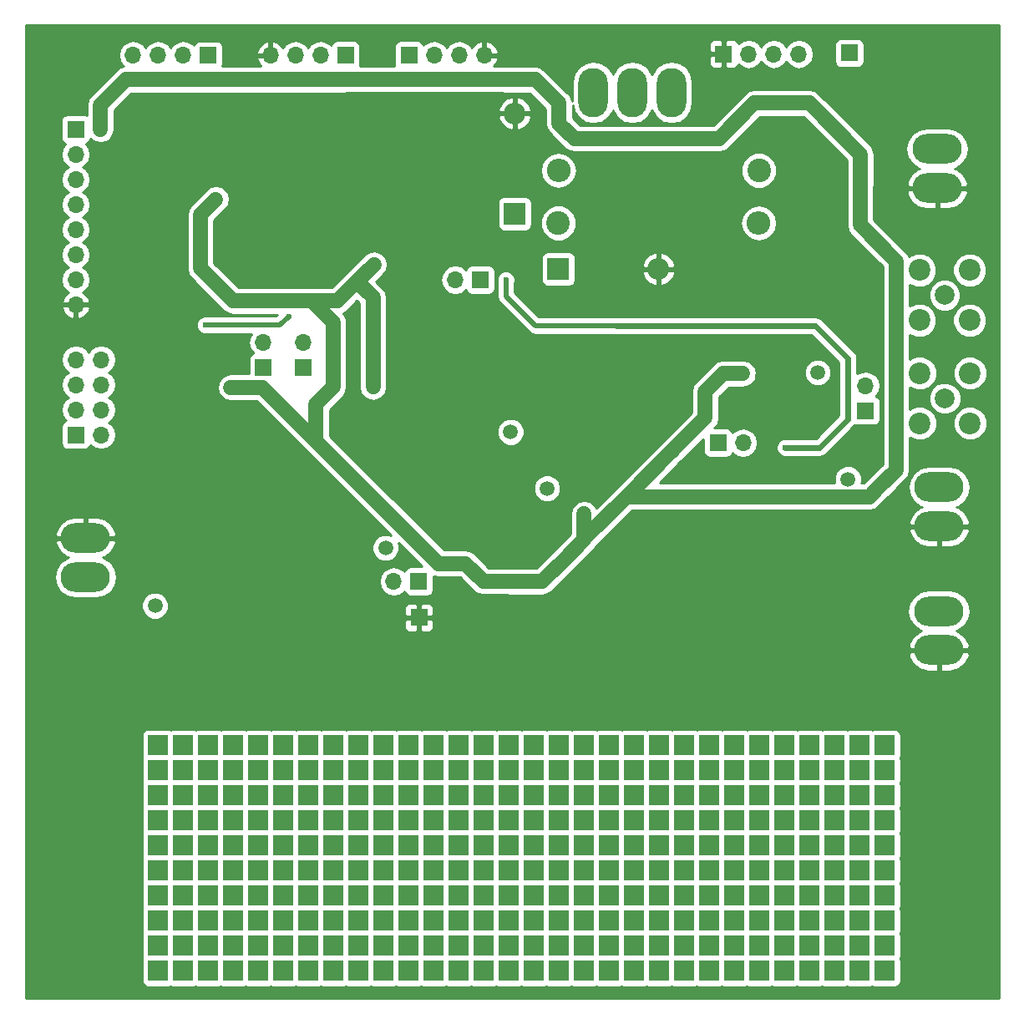
<source format=gbr>
G04 #@! TF.FileFunction,Copper,L2,Bot,Signal*
%FSLAX46Y46*%
G04 Gerber Fmt 4.6, Leading zero omitted, Abs format (unit mm)*
G04 Created by KiCad (PCBNEW 4.0.2-stable) date 03/10/2017 13:26:32*
%MOMM*%
G01*
G04 APERTURE LIST*
%ADD10C,0.100000*%
%ADD11R,1.700000X1.700000*%
%ADD12O,1.700000X1.700000*%
%ADD13C,1.500000*%
%ADD14O,5.001260X2.999740*%
%ADD15O,2.999740X5.001260*%
%ADD16R,2.200000X2.200000*%
%ADD17O,2.200000X2.200000*%
%ADD18C,2.400000*%
%ADD19O,2.400000X2.400000*%
%ADD20C,2.200000*%
%ADD21C,2.000000*%
%ADD22R,2.000000X2.000000*%
%ADD23C,0.600000*%
%ADD24C,0.700000*%
%ADD25C,0.550000*%
%ADD26C,0.600000*%
%ADD27C,1.500000*%
%ADD28C,1.200000*%
%ADD29C,0.800000*%
%ADD30C,0.254000*%
G04 APERTURE END LIST*
D10*
D11*
X111340900Y-80581500D03*
D12*
X111340900Y-78041500D03*
D11*
X115417600Y-80556100D03*
D12*
X115417600Y-78016100D03*
D11*
X157429200Y-88209120D03*
D12*
X159969200Y-88209120D03*
D11*
X172394880Y-84957920D03*
D12*
X172394880Y-82417920D03*
D11*
X133332220Y-71688960D03*
D12*
X130792220Y-71688960D03*
D11*
X92316300Y-56438800D03*
D12*
X92316300Y-58978800D03*
X92316300Y-61518800D03*
X92316300Y-64058800D03*
X92316300Y-66598800D03*
X92316300Y-69138800D03*
X92316300Y-71678800D03*
X92316300Y-74218800D03*
D11*
X119672100Y-48920400D03*
D12*
X117132100Y-48920400D03*
X114592100Y-48920400D03*
X112052100Y-48920400D03*
D13*
X167528240Y-81081880D03*
X136408160Y-87111840D03*
X170611800Y-91897200D03*
X140108940Y-92834460D03*
X123733560Y-98877120D03*
D11*
X127099060Y-102260400D03*
D12*
X124559060Y-102260400D03*
D11*
X126095760Y-48920400D03*
D12*
X128635760Y-48920400D03*
X131175760Y-48920400D03*
X133715760Y-48920400D03*
D11*
X170750000Y-48700000D03*
X127109220Y-105918000D03*
X105752900Y-48933100D03*
D12*
X103212900Y-48933100D03*
X100672900Y-48933100D03*
X98132900Y-48933100D03*
D14*
X179825000Y-105268800D03*
X179825000Y-109231200D03*
X179650000Y-58418800D03*
X179650000Y-62381200D03*
X179847240Y-92720160D03*
X179847240Y-96682560D03*
X93325000Y-101831200D03*
X93325000Y-97868800D03*
D13*
X100360480Y-104729280D03*
D15*
X144792700Y-52694840D03*
X148752560Y-52694840D03*
X152712420Y-52694840D03*
D16*
X141244320Y-70591680D03*
D17*
X151404320Y-70591680D03*
D16*
X136822180Y-64988440D03*
D17*
X136822180Y-54828440D03*
D18*
X141236700Y-65938400D03*
D19*
X161556700Y-65938400D03*
D18*
X161577020Y-60601860D03*
D19*
X141257020Y-60601860D03*
D20*
X177860000Y-70710000D03*
X182940000Y-70710000D03*
X182940000Y-75790000D03*
X177860000Y-75790000D03*
D21*
X180400000Y-73250000D03*
D20*
X177885000Y-81160000D03*
X182965000Y-81160000D03*
X182965000Y-86240000D03*
X177885000Y-86240000D03*
D21*
X180425000Y-83700000D03*
D11*
X92350000Y-87400000D03*
D12*
X94890000Y-87400000D03*
X92350000Y-84860000D03*
X94890000Y-84860000D03*
X92350000Y-82320000D03*
X94890000Y-82320000D03*
X92350000Y-79780000D03*
X94890000Y-79780000D03*
D11*
X158000000Y-48800000D03*
D12*
X160540000Y-48800000D03*
X163080000Y-48800000D03*
X165620000Y-48800000D03*
D22*
X100660000Y-118870000D03*
X103200000Y-118870000D03*
X105740000Y-118870000D03*
X108280000Y-118870000D03*
X110820000Y-118870000D03*
X113360000Y-118870000D03*
X115900000Y-118870000D03*
X118440000Y-118870000D03*
X120980000Y-118870000D03*
X123520000Y-118870000D03*
X126060000Y-118870000D03*
X128600000Y-118870000D03*
X131140000Y-118870000D03*
X133680000Y-118870000D03*
X136220000Y-118870000D03*
X138760000Y-118870000D03*
X141300000Y-118870000D03*
X143840000Y-118870000D03*
X146380000Y-118870000D03*
X148920000Y-118870000D03*
X151460000Y-118870000D03*
X154000000Y-118870000D03*
X156540000Y-118870000D03*
X159080000Y-118870000D03*
X161620000Y-118870000D03*
X164160000Y-118870000D03*
X166700000Y-118870000D03*
X169240000Y-118870000D03*
X171780000Y-118870000D03*
X174320000Y-118870000D03*
X100660000Y-121410000D03*
X103200000Y-121410000D03*
X105740000Y-121410000D03*
X108280000Y-121410000D03*
X110820000Y-121410000D03*
X113360000Y-121410000D03*
X115900000Y-121410000D03*
X118440000Y-121410000D03*
X120980000Y-121410000D03*
X123520000Y-121410000D03*
X126060000Y-121410000D03*
X128600000Y-121410000D03*
X131140000Y-121410000D03*
X133680000Y-121410000D03*
X136220000Y-121410000D03*
X138760000Y-121410000D03*
X141300000Y-121410000D03*
X143840000Y-121410000D03*
X146380000Y-121410000D03*
X148920000Y-121410000D03*
X151460000Y-121410000D03*
X154000000Y-121410000D03*
X156540000Y-121410000D03*
X159080000Y-121410000D03*
X161620000Y-121410000D03*
X164160000Y-121410000D03*
X166700000Y-121410000D03*
X169240000Y-121410000D03*
X171780000Y-121410000D03*
X174320000Y-121410000D03*
X100660000Y-123950000D03*
X103200000Y-123950000D03*
X105740000Y-123950000D03*
X108280000Y-123950000D03*
X110820000Y-123950000D03*
X113360000Y-123950000D03*
X115900000Y-123950000D03*
X118440000Y-123950000D03*
X120980000Y-123950000D03*
X123520000Y-123950000D03*
X126060000Y-123950000D03*
X128600000Y-123950000D03*
X131140000Y-123950000D03*
X133680000Y-123950000D03*
X136220000Y-123950000D03*
X138760000Y-123950000D03*
X141300000Y-123950000D03*
X143840000Y-123950000D03*
X146380000Y-123950000D03*
X148920000Y-123950000D03*
X151460000Y-123950000D03*
X154000000Y-123950000D03*
X156540000Y-123950000D03*
X159080000Y-123950000D03*
X161620000Y-123950000D03*
X164160000Y-123950000D03*
X166700000Y-123950000D03*
X169240000Y-123950000D03*
X171780000Y-123950000D03*
X174320000Y-123950000D03*
X100660000Y-126490000D03*
X103200000Y-126490000D03*
X105740000Y-126490000D03*
X108280000Y-126490000D03*
X110820000Y-126490000D03*
X113360000Y-126490000D03*
X115900000Y-126490000D03*
X118440000Y-126490000D03*
X120980000Y-126490000D03*
X123520000Y-126490000D03*
X126060000Y-126490000D03*
X128600000Y-126490000D03*
X131140000Y-126490000D03*
X133680000Y-126490000D03*
X136220000Y-126490000D03*
X138760000Y-126490000D03*
X141300000Y-126490000D03*
X143840000Y-126490000D03*
X146380000Y-126490000D03*
X148920000Y-126490000D03*
X151460000Y-126490000D03*
X154000000Y-126490000D03*
X156540000Y-126490000D03*
X159080000Y-126490000D03*
X161620000Y-126490000D03*
X164160000Y-126490000D03*
X166700000Y-126490000D03*
X169240000Y-126490000D03*
X171780000Y-126490000D03*
X174320000Y-126490000D03*
X100660000Y-129030000D03*
X103200000Y-129030000D03*
X105740000Y-129030000D03*
X108280000Y-129030000D03*
X110820000Y-129030000D03*
X113360000Y-129030000D03*
X115900000Y-129030000D03*
X118440000Y-129030000D03*
X120980000Y-129030000D03*
X123520000Y-129030000D03*
X126060000Y-129030000D03*
X128600000Y-129030000D03*
X131140000Y-129030000D03*
X133680000Y-129030000D03*
X136220000Y-129030000D03*
X138760000Y-129030000D03*
X141300000Y-129030000D03*
X143840000Y-129030000D03*
X146380000Y-129030000D03*
X148920000Y-129030000D03*
X151460000Y-129030000D03*
X154000000Y-129030000D03*
X156540000Y-129030000D03*
X159080000Y-129030000D03*
X161620000Y-129030000D03*
X164160000Y-129030000D03*
X166700000Y-129030000D03*
X169240000Y-129030000D03*
X171780000Y-129030000D03*
X174320000Y-129030000D03*
X100660000Y-131570000D03*
X103200000Y-131570000D03*
X105740000Y-131570000D03*
X108280000Y-131570000D03*
X110820000Y-131570000D03*
X113360000Y-131570000D03*
X115900000Y-131570000D03*
X118440000Y-131570000D03*
X120980000Y-131570000D03*
X123520000Y-131570000D03*
X126060000Y-131570000D03*
X128600000Y-131570000D03*
X131140000Y-131570000D03*
X133680000Y-131570000D03*
X136220000Y-131570000D03*
X138760000Y-131570000D03*
X141300000Y-131570000D03*
X143840000Y-131570000D03*
X146380000Y-131570000D03*
X148920000Y-131570000D03*
X151460000Y-131570000D03*
X154000000Y-131570000D03*
X156540000Y-131570000D03*
X159080000Y-131570000D03*
X161620000Y-131570000D03*
X164160000Y-131570000D03*
X166700000Y-131570000D03*
X169240000Y-131570000D03*
X171780000Y-131570000D03*
X174320000Y-131570000D03*
X100660000Y-134110000D03*
X103200000Y-134110000D03*
X105740000Y-134110000D03*
X108280000Y-134110000D03*
X110820000Y-134110000D03*
X113360000Y-134110000D03*
X115900000Y-134110000D03*
X118440000Y-134110000D03*
X120980000Y-134110000D03*
X123520000Y-134110000D03*
X126060000Y-134110000D03*
X128600000Y-134110000D03*
X131140000Y-134110000D03*
X133680000Y-134110000D03*
X136220000Y-134110000D03*
X138760000Y-134110000D03*
X141300000Y-134110000D03*
X143840000Y-134110000D03*
X146380000Y-134110000D03*
X148920000Y-134110000D03*
X151460000Y-134110000D03*
X154000000Y-134110000D03*
X156540000Y-134110000D03*
X159080000Y-134110000D03*
X161620000Y-134110000D03*
X164160000Y-134110000D03*
X166700000Y-134110000D03*
X169240000Y-134110000D03*
X171780000Y-134110000D03*
X174320000Y-134110000D03*
X100660000Y-136650000D03*
X103200000Y-136650000D03*
X105740000Y-136650000D03*
X108280000Y-136650000D03*
X110820000Y-136650000D03*
X113360000Y-136650000D03*
X115900000Y-136650000D03*
X118440000Y-136650000D03*
X120980000Y-136650000D03*
X123520000Y-136650000D03*
X126060000Y-136650000D03*
X128600000Y-136650000D03*
X131140000Y-136650000D03*
X133680000Y-136650000D03*
X136220000Y-136650000D03*
X138760000Y-136650000D03*
X141300000Y-136650000D03*
X143840000Y-136650000D03*
X146380000Y-136650000D03*
X148920000Y-136650000D03*
X151460000Y-136650000D03*
X154000000Y-136650000D03*
X156540000Y-136650000D03*
X159080000Y-136650000D03*
X161620000Y-136650000D03*
X164160000Y-136650000D03*
X166700000Y-136650000D03*
X169240000Y-136650000D03*
X171780000Y-136650000D03*
X174320000Y-136650000D03*
X100660000Y-139190000D03*
X103200000Y-139190000D03*
X105740000Y-139190000D03*
X108280000Y-139190000D03*
X110820000Y-139190000D03*
X113360000Y-139190000D03*
X115900000Y-139190000D03*
X118440000Y-139190000D03*
X120980000Y-139190000D03*
X123520000Y-139190000D03*
X126060000Y-139190000D03*
X128600000Y-139190000D03*
X131140000Y-139190000D03*
X133680000Y-139190000D03*
X136220000Y-139190000D03*
X138760000Y-139190000D03*
X141300000Y-139190000D03*
X143840000Y-139190000D03*
X146380000Y-139190000D03*
X148920000Y-139190000D03*
X151460000Y-139190000D03*
X154000000Y-139190000D03*
X156540000Y-139190000D03*
X159080000Y-139190000D03*
X161620000Y-139190000D03*
X164160000Y-139190000D03*
X166700000Y-139190000D03*
X169240000Y-139190000D03*
X171780000Y-139190000D03*
X174320000Y-139190000D03*
X100660000Y-141730000D03*
X103200000Y-141730000D03*
X105740000Y-141730000D03*
X108280000Y-141730000D03*
X110820000Y-141730000D03*
X113360000Y-141730000D03*
X115900000Y-141730000D03*
X118440000Y-141730000D03*
X120980000Y-141730000D03*
X123520000Y-141730000D03*
X126060000Y-141730000D03*
X128600000Y-141730000D03*
X131140000Y-141730000D03*
X133680000Y-141730000D03*
X136220000Y-141730000D03*
X138760000Y-141730000D03*
X141300000Y-141730000D03*
X143840000Y-141730000D03*
X146380000Y-141730000D03*
X148920000Y-141730000D03*
X151460000Y-141730000D03*
X154000000Y-141730000D03*
X156540000Y-141730000D03*
X159080000Y-141730000D03*
X161620000Y-141730000D03*
X164160000Y-141730000D03*
X166700000Y-141730000D03*
X169240000Y-141730000D03*
X171780000Y-141730000D03*
X174320000Y-141730000D03*
D23*
X126320000Y-86610000D03*
X126300000Y-87660000D03*
X164070000Y-51880000D03*
X164080000Y-50840000D03*
X161750000Y-51850000D03*
X161780000Y-50860000D03*
X115680000Y-53540000D03*
X115700000Y-54620000D03*
X137390000Y-71690000D03*
X137390000Y-72730000D03*
X95440000Y-77270000D03*
X96070000Y-77280000D03*
X118090000Y-71020000D03*
X118950000Y-71020000D03*
X172040000Y-80060000D03*
X172950000Y-80060000D03*
X127870000Y-76260000D03*
X128750000Y-76280000D03*
X136500000Y-67700000D03*
X137630000Y-67760000D03*
X109870000Y-60740000D03*
X109890000Y-61940000D03*
X109600000Y-71090000D03*
X108560000Y-71090000D03*
X94780000Y-70500000D03*
X95810000Y-70520000D03*
X94460000Y-65380000D03*
X95390000Y-65490000D03*
X94640000Y-67920000D03*
X95510000Y-67920000D03*
X165760000Y-57740000D03*
X165760000Y-56410000D03*
X158340000Y-63230000D03*
X160700000Y-63220000D03*
X116620000Y-66592500D03*
X116590000Y-68192500D03*
X111800000Y-65870000D03*
X111990000Y-69030000D03*
X112005000Y-66575000D03*
X112175000Y-68065000D03*
X115697500Y-65257500D03*
X115780000Y-69110000D03*
X115780000Y-68180000D03*
X115697500Y-66592500D03*
X112820000Y-67390000D03*
X115870000Y-108910000D03*
X107740000Y-109120000D03*
D24*
X127106680Y-109143800D03*
X117650000Y-110050000D03*
X120150000Y-110050000D03*
X123000000Y-110050000D03*
X125350000Y-110050000D03*
X158000000Y-51750000D03*
X176000000Y-65725000D03*
X97425000Y-95050000D03*
X129850000Y-110100000D03*
X133025000Y-110100000D03*
X136550000Y-110100000D03*
X140650000Y-110100000D03*
X145550000Y-110100000D03*
X149975000Y-110100000D03*
X153650000Y-110100000D03*
X157775000Y-110100000D03*
X161700000Y-110100000D03*
X165750000Y-110100000D03*
X169450000Y-110100000D03*
X173775000Y-110100000D03*
D23*
X127200000Y-59150000D03*
X120100000Y-58950000D03*
D24*
X146700240Y-73502520D03*
X154510740Y-70591680D03*
X133852920Y-59306460D03*
X133720840Y-54828440D03*
X136809480Y-48920400D03*
X112059720Y-53492400D03*
X173187360Y-96682560D03*
X95341440Y-74218800D03*
X100782120Y-94632780D03*
X116479320Y-96964500D03*
X116476780Y-95133160D03*
D23*
X159913320Y-83698080D03*
X120187720Y-68209160D03*
X150418800Y-85694520D03*
X150380700Y-87619840D03*
X160497520Y-101092000D03*
X125660220Y-83376700D03*
X163960810Y-81029810D03*
X144597120Y-93776800D03*
X140451840Y-85963760D03*
X122369580Y-85973920D03*
X124434600Y-92633800D03*
X123723400Y-91978480D03*
X124426980Y-91333320D03*
X131864100Y-83375500D03*
X126659640Y-66746120D03*
X126583440Y-68717160D03*
X120182640Y-66583560D03*
X100990400Y-66586100D03*
X107403900Y-67398900D03*
X119974360Y-85984080D03*
X105460800Y-76276200D03*
X113924080Y-75371960D03*
X135925560Y-71688960D03*
X164228780Y-88694260D03*
D24*
X171881800Y-58978800D03*
X167975000Y-93675000D03*
D23*
X126108460Y-51379120D03*
X119664480Y-51389280D03*
X94833440Y-56448960D03*
D24*
X141674850Y-100201730D03*
D23*
X163631880Y-93659960D03*
D24*
X156141420Y-85686900D03*
X173736000Y-92697300D03*
X140188950Y-101687630D03*
D23*
X143855440Y-95412560D03*
D24*
X159951420Y-81198720D03*
X128282700Y-99669600D03*
X129799080Y-100463350D03*
X138587480Y-102265480D03*
X136880600Y-102265480D03*
X134985760Y-102260400D03*
X131839970Y-100463350D03*
D23*
X118651020Y-90032840D03*
D24*
X133637020Y-102260400D03*
D23*
X118430040Y-82544920D03*
D24*
X108036360Y-82593180D03*
D23*
X104978200Y-65069720D03*
X106527600Y-63520320D03*
X122461020Y-82547460D03*
X122544840Y-70134480D03*
D25*
X96060000Y-77280000D02*
X96070000Y-77280000D01*
X108550000Y-71090000D02*
X108560000Y-71090000D01*
X165750000Y-56390000D02*
X165750000Y-56400000D01*
X165750000Y-56400000D02*
X165760000Y-56410000D01*
X116620000Y-66592500D02*
X116620000Y-66590000D01*
X116590000Y-68192500D02*
X116590000Y-68190000D01*
X112005000Y-66575000D02*
X112000000Y-66580000D01*
X112175000Y-68065000D02*
X112170000Y-68060000D01*
X115697500Y-65257500D02*
X115690000Y-65250000D01*
X115780000Y-69110000D02*
X115770000Y-69110000D01*
X115780000Y-68180000D02*
X115770000Y-68180000D01*
X115690000Y-66590000D02*
X115695000Y-66590000D01*
X115695000Y-66590000D02*
X115697500Y-66592500D01*
X112820000Y-67390000D02*
X112820000Y-67400000D01*
X125660220Y-83376700D02*
X125661420Y-83377900D01*
X125661420Y-83377900D02*
X125661420Y-83378040D01*
X125661420Y-83378040D02*
X125661420Y-83377900D01*
X125661420Y-83377900D02*
X125660220Y-83376700D01*
X107403900Y-67398900D02*
X107391200Y-67411600D01*
X113908840Y-75371960D02*
X113004600Y-76276200D01*
X113004600Y-76276200D02*
X105460800Y-76276200D01*
X113924080Y-75371960D02*
X113908840Y-75371960D01*
X147137120Y-76332080D02*
X138910060Y-76332080D01*
X135925560Y-73347580D02*
X135925560Y-71688960D01*
X138910060Y-76332080D02*
X135925560Y-73347580D01*
D26*
X169430700Y-86982300D02*
X167718740Y-88694260D01*
X167718740Y-88694260D02*
X164228780Y-88694260D01*
X170611800Y-85801200D02*
X169430700Y-86982300D01*
X170611800Y-79667100D02*
X170611800Y-85801200D01*
X167276780Y-76332080D02*
X170611800Y-79667100D01*
X147132040Y-76332080D02*
X147137120Y-76332080D01*
X147137120Y-76332080D02*
X167276780Y-76332080D01*
D27*
X167975000Y-93675000D02*
X167975000Y-93659960D01*
X167975000Y-93659960D02*
X167975000Y-93675000D01*
X167975000Y-93675000D02*
X167975000Y-93659960D01*
X168925000Y-93675000D02*
X168925000Y-93659960D01*
X168925000Y-93659960D02*
X168925000Y-93675000D01*
X168925000Y-93675000D02*
X168925000Y-93659960D01*
X141315440Y-53779420D02*
X141315440Y-55819040D01*
X161135060Y-53779420D02*
X166580820Y-53779420D01*
X157525720Y-57388760D02*
X161135060Y-53779420D01*
X142885160Y-57388760D02*
X157525720Y-57388760D01*
X141315440Y-55819040D02*
X142885160Y-57388760D01*
X138897360Y-51401980D02*
X135623300Y-51401980D01*
X135623300Y-51401980D02*
X135600440Y-51379120D01*
X141315440Y-53779420D02*
X141274800Y-53779420D01*
X141274800Y-53779420D02*
X138897360Y-51401980D01*
X141315440Y-53779420D02*
X141287500Y-53751480D01*
D28*
X166580820Y-53751480D02*
X166654480Y-53751480D01*
X166580820Y-53779420D02*
X166580820Y-53751480D01*
D27*
X171881800Y-58978800D02*
X166654480Y-53751480D01*
D28*
X138897360Y-51401980D02*
X138917680Y-51381660D01*
X138917680Y-51381660D02*
X138945620Y-51381660D01*
X135600440Y-51379120D02*
X135600440Y-51381660D01*
X135600440Y-51381660D02*
X135600440Y-51379120D01*
X135600440Y-51379120D02*
X135600440Y-51381660D01*
D27*
X135600440Y-51379120D02*
X132969000Y-51379120D01*
X171881800Y-62067440D02*
X171881800Y-58978800D01*
X171843700Y-66141600D02*
X171843700Y-62105540D01*
X175488600Y-69786500D02*
X171843700Y-66141600D01*
X171843700Y-62105540D02*
X171881800Y-62067440D01*
D28*
X171861480Y-62047120D02*
X171861480Y-61757560D01*
X171881800Y-62067440D02*
X171861480Y-62047120D01*
X171861480Y-61757560D02*
X171843700Y-61757560D01*
X171843700Y-61757560D02*
X171861480Y-61757560D01*
X171861480Y-61757560D02*
X171843700Y-61757560D01*
D27*
X132969000Y-51379120D02*
X126108460Y-51379120D01*
X132969000Y-51379120D02*
X132966460Y-51381660D01*
X175488600Y-90967560D02*
X175488600Y-69786500D01*
D28*
X175488600Y-90982800D02*
X175488600Y-90967560D01*
D27*
X126108460Y-51379120D02*
X119674640Y-51379120D01*
X119664480Y-51389280D02*
X97406460Y-51389280D01*
X119674640Y-51379120D02*
X119664480Y-51389280D01*
D28*
X119664480Y-51389280D02*
X119664480Y-51381660D01*
X119664480Y-51381660D02*
X119664480Y-51389280D01*
X119664480Y-51389280D02*
X119664480Y-51381660D01*
D27*
X94833440Y-56448960D02*
X94833440Y-53962300D01*
X94833440Y-53962300D02*
X97406460Y-51389280D01*
X97406460Y-51389280D02*
X97398840Y-51381660D01*
X173736000Y-92697300D02*
X173758860Y-92697300D01*
X173758860Y-92697300D02*
X175488600Y-90967560D01*
X140188950Y-101687630D02*
X141674850Y-100201730D01*
X141674850Y-100201730D02*
X143855440Y-98021140D01*
X163631880Y-93659960D02*
X167975000Y-93659960D01*
X167975000Y-93659960D02*
X168925000Y-93659960D01*
X168925000Y-93659960D02*
X172773340Y-93659960D01*
X172773340Y-93659960D02*
X173736000Y-92697300D01*
X157581600Y-93659960D02*
X148219160Y-93659960D01*
X148219160Y-93659960D02*
X148193760Y-93634560D01*
X152755600Y-89072720D02*
X152775920Y-89072720D01*
X157363160Y-93659960D02*
X157581600Y-93659960D01*
X157581600Y-93659960D02*
X163631880Y-93659960D01*
X156141420Y-85686900D02*
X156141420Y-83004660D01*
X156141420Y-83004660D02*
X157947360Y-81198720D01*
X143855440Y-98021140D02*
X143855440Y-97972880D01*
X143855440Y-97972880D02*
X148193760Y-93634560D01*
X148193760Y-93634560D02*
X152755600Y-89072720D01*
X152755600Y-89072720D02*
X156141420Y-85686900D01*
X143855440Y-98021140D02*
X143855440Y-95412560D01*
D28*
X173736000Y-92697300D02*
X173774100Y-92697300D01*
D27*
X157947360Y-81198720D02*
X159951420Y-81198720D01*
X117226080Y-83748880D02*
X118430040Y-82544920D01*
X116677440Y-88059260D02*
X116677440Y-88046560D01*
X111224060Y-82593180D02*
X108036360Y-82593180D01*
X116677440Y-88046560D02*
X111224060Y-82593180D01*
X131839970Y-100463350D02*
X129799080Y-100463350D01*
X129799080Y-100463350D02*
X129076450Y-100463350D01*
X118651020Y-90037920D02*
X128282700Y-99669600D01*
X118651020Y-90037920D02*
X118651020Y-90032840D01*
X129076450Y-100463350D02*
X128282700Y-99669600D01*
X131839970Y-100463350D02*
X133637020Y-102260400D01*
X116677440Y-84297520D02*
X116677440Y-88059260D01*
X116677440Y-88059260D02*
X118651020Y-90032840D01*
X116677440Y-84297520D02*
X117226080Y-83748880D01*
X139611100Y-102265480D02*
X140188950Y-101687630D01*
X133637020Y-102260400D02*
X134985760Y-102260400D01*
X134985760Y-102260400D02*
X136095740Y-102260400D01*
X136095740Y-102260400D02*
X136100820Y-102265480D01*
X136100820Y-102265480D02*
X136880600Y-102265480D01*
X136880600Y-102265480D02*
X137231120Y-102265480D01*
X137231120Y-102265480D02*
X138587480Y-102265480D01*
X138587480Y-102265480D02*
X139611100Y-102265480D01*
X118430040Y-82544920D02*
X118430040Y-76017120D01*
X115951000Y-73817480D02*
X115951000Y-73822560D01*
X115956080Y-73822560D02*
X115951000Y-73817480D01*
X116235480Y-73822560D02*
X115956080Y-73822560D01*
X118430040Y-76017120D02*
X116235480Y-73822560D01*
X108264960Y-73822560D02*
X115951000Y-73822560D01*
X115951000Y-73822560D02*
X118856760Y-73822560D01*
D29*
X108084620Y-82544920D02*
X108036360Y-82593180D01*
D27*
X104978200Y-70535800D02*
X108264960Y-73822560D01*
X104978200Y-65069720D02*
X104978200Y-70535800D01*
X104978200Y-65069720D02*
X106527600Y-63520320D01*
X118856760Y-73822560D02*
X120829070Y-71850250D01*
X122461020Y-82547460D02*
X122461020Y-73482200D01*
X122461020Y-73482200D02*
X120829070Y-71850250D01*
X120829070Y-71850250D02*
X122544840Y-70134480D01*
D30*
G36*
X185878200Y-144527000D02*
X87248200Y-144527000D01*
X87248200Y-117870000D01*
X99012560Y-117870000D01*
X99012560Y-119870000D01*
X99056838Y-120105317D01*
X99077598Y-120137578D01*
X99063569Y-120158110D01*
X99012560Y-120410000D01*
X99012560Y-122410000D01*
X99056838Y-122645317D01*
X99077598Y-122677578D01*
X99063569Y-122698110D01*
X99012560Y-122950000D01*
X99012560Y-124950000D01*
X99056838Y-125185317D01*
X99077598Y-125217578D01*
X99063569Y-125238110D01*
X99012560Y-125490000D01*
X99012560Y-127490000D01*
X99056838Y-127725317D01*
X99077598Y-127757578D01*
X99063569Y-127778110D01*
X99012560Y-128030000D01*
X99012560Y-130030000D01*
X99056838Y-130265317D01*
X99077598Y-130297578D01*
X99063569Y-130318110D01*
X99012560Y-130570000D01*
X99012560Y-132570000D01*
X99056838Y-132805317D01*
X99077598Y-132837578D01*
X99063569Y-132858110D01*
X99012560Y-133110000D01*
X99012560Y-135110000D01*
X99056838Y-135345317D01*
X99077598Y-135377578D01*
X99063569Y-135398110D01*
X99012560Y-135650000D01*
X99012560Y-137650000D01*
X99056838Y-137885317D01*
X99077598Y-137917578D01*
X99063569Y-137938110D01*
X99012560Y-138190000D01*
X99012560Y-140190000D01*
X99056838Y-140425317D01*
X99077598Y-140457578D01*
X99063569Y-140478110D01*
X99012560Y-140730000D01*
X99012560Y-142730000D01*
X99056838Y-142965317D01*
X99195910Y-143181441D01*
X99408110Y-143326431D01*
X99660000Y-143377440D01*
X101660000Y-143377440D01*
X101895317Y-143333162D01*
X101927578Y-143312402D01*
X101948110Y-143326431D01*
X102200000Y-143377440D01*
X104200000Y-143377440D01*
X104435317Y-143333162D01*
X104467578Y-143312402D01*
X104488110Y-143326431D01*
X104740000Y-143377440D01*
X106740000Y-143377440D01*
X106975317Y-143333162D01*
X107007578Y-143312402D01*
X107028110Y-143326431D01*
X107280000Y-143377440D01*
X109280000Y-143377440D01*
X109515317Y-143333162D01*
X109547578Y-143312402D01*
X109568110Y-143326431D01*
X109820000Y-143377440D01*
X111820000Y-143377440D01*
X112055317Y-143333162D01*
X112087578Y-143312402D01*
X112108110Y-143326431D01*
X112360000Y-143377440D01*
X114360000Y-143377440D01*
X114595317Y-143333162D01*
X114627578Y-143312402D01*
X114648110Y-143326431D01*
X114900000Y-143377440D01*
X116900000Y-143377440D01*
X117135317Y-143333162D01*
X117167578Y-143312402D01*
X117188110Y-143326431D01*
X117440000Y-143377440D01*
X119440000Y-143377440D01*
X119675317Y-143333162D01*
X119707578Y-143312402D01*
X119728110Y-143326431D01*
X119980000Y-143377440D01*
X121980000Y-143377440D01*
X122215317Y-143333162D01*
X122247578Y-143312402D01*
X122268110Y-143326431D01*
X122520000Y-143377440D01*
X124520000Y-143377440D01*
X124755317Y-143333162D01*
X124787578Y-143312402D01*
X124808110Y-143326431D01*
X125060000Y-143377440D01*
X127060000Y-143377440D01*
X127295317Y-143333162D01*
X127327578Y-143312402D01*
X127348110Y-143326431D01*
X127600000Y-143377440D01*
X129600000Y-143377440D01*
X129835317Y-143333162D01*
X129867578Y-143312402D01*
X129888110Y-143326431D01*
X130140000Y-143377440D01*
X132140000Y-143377440D01*
X132375317Y-143333162D01*
X132407578Y-143312402D01*
X132428110Y-143326431D01*
X132680000Y-143377440D01*
X134680000Y-143377440D01*
X134915317Y-143333162D01*
X134947578Y-143312402D01*
X134968110Y-143326431D01*
X135220000Y-143377440D01*
X137220000Y-143377440D01*
X137455317Y-143333162D01*
X137487578Y-143312402D01*
X137508110Y-143326431D01*
X137760000Y-143377440D01*
X139760000Y-143377440D01*
X139995317Y-143333162D01*
X140027578Y-143312402D01*
X140048110Y-143326431D01*
X140300000Y-143377440D01*
X142300000Y-143377440D01*
X142535317Y-143333162D01*
X142567578Y-143312402D01*
X142588110Y-143326431D01*
X142840000Y-143377440D01*
X144840000Y-143377440D01*
X145075317Y-143333162D01*
X145107578Y-143312402D01*
X145128110Y-143326431D01*
X145380000Y-143377440D01*
X147380000Y-143377440D01*
X147615317Y-143333162D01*
X147647578Y-143312402D01*
X147668110Y-143326431D01*
X147920000Y-143377440D01*
X149920000Y-143377440D01*
X150155317Y-143333162D01*
X150187578Y-143312402D01*
X150208110Y-143326431D01*
X150460000Y-143377440D01*
X152460000Y-143377440D01*
X152695317Y-143333162D01*
X152727578Y-143312402D01*
X152748110Y-143326431D01*
X153000000Y-143377440D01*
X155000000Y-143377440D01*
X155235317Y-143333162D01*
X155267578Y-143312402D01*
X155288110Y-143326431D01*
X155540000Y-143377440D01*
X157540000Y-143377440D01*
X157775317Y-143333162D01*
X157807578Y-143312402D01*
X157828110Y-143326431D01*
X158080000Y-143377440D01*
X160080000Y-143377440D01*
X160315317Y-143333162D01*
X160347578Y-143312402D01*
X160368110Y-143326431D01*
X160620000Y-143377440D01*
X162620000Y-143377440D01*
X162855317Y-143333162D01*
X162887578Y-143312402D01*
X162908110Y-143326431D01*
X163160000Y-143377440D01*
X165160000Y-143377440D01*
X165395317Y-143333162D01*
X165427578Y-143312402D01*
X165448110Y-143326431D01*
X165700000Y-143377440D01*
X167700000Y-143377440D01*
X167935317Y-143333162D01*
X167967578Y-143312402D01*
X167988110Y-143326431D01*
X168240000Y-143377440D01*
X170240000Y-143377440D01*
X170475317Y-143333162D01*
X170507578Y-143312402D01*
X170528110Y-143326431D01*
X170780000Y-143377440D01*
X172780000Y-143377440D01*
X173015317Y-143333162D01*
X173047578Y-143312402D01*
X173068110Y-143326431D01*
X173320000Y-143377440D01*
X175320000Y-143377440D01*
X175555317Y-143333162D01*
X175771441Y-143194090D01*
X175916431Y-142981890D01*
X175967440Y-142730000D01*
X175967440Y-140730000D01*
X175923162Y-140494683D01*
X175902402Y-140462422D01*
X175916431Y-140441890D01*
X175967440Y-140190000D01*
X175967440Y-138190000D01*
X175923162Y-137954683D01*
X175902402Y-137922422D01*
X175916431Y-137901890D01*
X175967440Y-137650000D01*
X175967440Y-135650000D01*
X175923162Y-135414683D01*
X175902402Y-135382422D01*
X175916431Y-135361890D01*
X175967440Y-135110000D01*
X175967440Y-133110000D01*
X175923162Y-132874683D01*
X175902402Y-132842422D01*
X175916431Y-132821890D01*
X175967440Y-132570000D01*
X175967440Y-130570000D01*
X175923162Y-130334683D01*
X175902402Y-130302422D01*
X175916431Y-130281890D01*
X175967440Y-130030000D01*
X175967440Y-128030000D01*
X175923162Y-127794683D01*
X175902402Y-127762422D01*
X175916431Y-127741890D01*
X175967440Y-127490000D01*
X175967440Y-125490000D01*
X175923162Y-125254683D01*
X175902402Y-125222422D01*
X175916431Y-125201890D01*
X175967440Y-124950000D01*
X175967440Y-122950000D01*
X175923162Y-122714683D01*
X175902402Y-122682422D01*
X175916431Y-122661890D01*
X175967440Y-122410000D01*
X175967440Y-120410000D01*
X175923162Y-120174683D01*
X175902402Y-120142422D01*
X175916431Y-120121890D01*
X175967440Y-119870000D01*
X175967440Y-117870000D01*
X175923162Y-117634683D01*
X175784090Y-117418559D01*
X175571890Y-117273569D01*
X175320000Y-117222560D01*
X173320000Y-117222560D01*
X173084683Y-117266838D01*
X173052422Y-117287598D01*
X173031890Y-117273569D01*
X172780000Y-117222560D01*
X170780000Y-117222560D01*
X170544683Y-117266838D01*
X170512422Y-117287598D01*
X170491890Y-117273569D01*
X170240000Y-117222560D01*
X168240000Y-117222560D01*
X168004683Y-117266838D01*
X167972422Y-117287598D01*
X167951890Y-117273569D01*
X167700000Y-117222560D01*
X165700000Y-117222560D01*
X165464683Y-117266838D01*
X165432422Y-117287598D01*
X165411890Y-117273569D01*
X165160000Y-117222560D01*
X163160000Y-117222560D01*
X162924683Y-117266838D01*
X162892422Y-117287598D01*
X162871890Y-117273569D01*
X162620000Y-117222560D01*
X160620000Y-117222560D01*
X160384683Y-117266838D01*
X160352422Y-117287598D01*
X160331890Y-117273569D01*
X160080000Y-117222560D01*
X158080000Y-117222560D01*
X157844683Y-117266838D01*
X157812422Y-117287598D01*
X157791890Y-117273569D01*
X157540000Y-117222560D01*
X155540000Y-117222560D01*
X155304683Y-117266838D01*
X155272422Y-117287598D01*
X155251890Y-117273569D01*
X155000000Y-117222560D01*
X153000000Y-117222560D01*
X152764683Y-117266838D01*
X152732422Y-117287598D01*
X152711890Y-117273569D01*
X152460000Y-117222560D01*
X150460000Y-117222560D01*
X150224683Y-117266838D01*
X150192422Y-117287598D01*
X150171890Y-117273569D01*
X149920000Y-117222560D01*
X147920000Y-117222560D01*
X147684683Y-117266838D01*
X147652422Y-117287598D01*
X147631890Y-117273569D01*
X147380000Y-117222560D01*
X145380000Y-117222560D01*
X145144683Y-117266838D01*
X145112422Y-117287598D01*
X145091890Y-117273569D01*
X144840000Y-117222560D01*
X142840000Y-117222560D01*
X142604683Y-117266838D01*
X142572422Y-117287598D01*
X142551890Y-117273569D01*
X142300000Y-117222560D01*
X140300000Y-117222560D01*
X140064683Y-117266838D01*
X140032422Y-117287598D01*
X140011890Y-117273569D01*
X139760000Y-117222560D01*
X137760000Y-117222560D01*
X137524683Y-117266838D01*
X137492422Y-117287598D01*
X137471890Y-117273569D01*
X137220000Y-117222560D01*
X135220000Y-117222560D01*
X134984683Y-117266838D01*
X134952422Y-117287598D01*
X134931890Y-117273569D01*
X134680000Y-117222560D01*
X132680000Y-117222560D01*
X132444683Y-117266838D01*
X132412422Y-117287598D01*
X132391890Y-117273569D01*
X132140000Y-117222560D01*
X130140000Y-117222560D01*
X129904683Y-117266838D01*
X129872422Y-117287598D01*
X129851890Y-117273569D01*
X129600000Y-117222560D01*
X127600000Y-117222560D01*
X127364683Y-117266838D01*
X127332422Y-117287598D01*
X127311890Y-117273569D01*
X127060000Y-117222560D01*
X125060000Y-117222560D01*
X124824683Y-117266838D01*
X124792422Y-117287598D01*
X124771890Y-117273569D01*
X124520000Y-117222560D01*
X122520000Y-117222560D01*
X122284683Y-117266838D01*
X122252422Y-117287598D01*
X122231890Y-117273569D01*
X121980000Y-117222560D01*
X119980000Y-117222560D01*
X119744683Y-117266838D01*
X119712422Y-117287598D01*
X119691890Y-117273569D01*
X119440000Y-117222560D01*
X117440000Y-117222560D01*
X117204683Y-117266838D01*
X117172422Y-117287598D01*
X117151890Y-117273569D01*
X116900000Y-117222560D01*
X114900000Y-117222560D01*
X114664683Y-117266838D01*
X114632422Y-117287598D01*
X114611890Y-117273569D01*
X114360000Y-117222560D01*
X112360000Y-117222560D01*
X112124683Y-117266838D01*
X112092422Y-117287598D01*
X112071890Y-117273569D01*
X111820000Y-117222560D01*
X109820000Y-117222560D01*
X109584683Y-117266838D01*
X109552422Y-117287598D01*
X109531890Y-117273569D01*
X109280000Y-117222560D01*
X107280000Y-117222560D01*
X107044683Y-117266838D01*
X107012422Y-117287598D01*
X106991890Y-117273569D01*
X106740000Y-117222560D01*
X104740000Y-117222560D01*
X104504683Y-117266838D01*
X104472422Y-117287598D01*
X104451890Y-117273569D01*
X104200000Y-117222560D01*
X102200000Y-117222560D01*
X101964683Y-117266838D01*
X101932422Y-117287598D01*
X101911890Y-117273569D01*
X101660000Y-117222560D01*
X99660000Y-117222560D01*
X99424683Y-117266838D01*
X99208559Y-117405910D01*
X99063569Y-117618110D01*
X99012560Y-117870000D01*
X87248200Y-117870000D01*
X87248200Y-109690012D01*
X176739255Y-109690012D01*
X176803276Y-109930847D01*
X177224856Y-110650979D01*
X177889928Y-111154962D01*
X178697240Y-111366070D01*
X179698000Y-111366070D01*
X179698000Y-109358200D01*
X179952000Y-109358200D01*
X179952000Y-111366070D01*
X180952760Y-111366070D01*
X181760072Y-111154962D01*
X182425144Y-110650979D01*
X182846724Y-109930847D01*
X182910745Y-109690012D01*
X182797795Y-109358200D01*
X179952000Y-109358200D01*
X179698000Y-109358200D01*
X176852205Y-109358200D01*
X176739255Y-109690012D01*
X87248200Y-109690012D01*
X87248200Y-106203750D01*
X125624220Y-106203750D01*
X125624220Y-106894309D01*
X125720893Y-107127698D01*
X125899521Y-107306327D01*
X126132910Y-107403000D01*
X126823470Y-107403000D01*
X126982220Y-107244250D01*
X126982220Y-106045000D01*
X127236220Y-106045000D01*
X127236220Y-107244250D01*
X127394970Y-107403000D01*
X128085530Y-107403000D01*
X128318919Y-107306327D01*
X128497547Y-107127698D01*
X128594220Y-106894309D01*
X128594220Y-106203750D01*
X128435470Y-106045000D01*
X127236220Y-106045000D01*
X126982220Y-106045000D01*
X125782970Y-106045000D01*
X125624220Y-106203750D01*
X87248200Y-106203750D01*
X87248200Y-105003565D01*
X98975240Y-105003565D01*
X99185649Y-105512795D01*
X99574916Y-105902741D01*
X100083778Y-106114039D01*
X100634765Y-106114520D01*
X101143995Y-105904111D01*
X101533941Y-105514844D01*
X101745239Y-105005982D01*
X101745295Y-104941691D01*
X125624220Y-104941691D01*
X125624220Y-105632250D01*
X125782970Y-105791000D01*
X126982220Y-105791000D01*
X126982220Y-104591750D01*
X127236220Y-104591750D01*
X127236220Y-105791000D01*
X128435470Y-105791000D01*
X128594220Y-105632250D01*
X128594220Y-105268800D01*
X176627939Y-105268800D01*
X176790446Y-106085779D01*
X177253228Y-106778381D01*
X177945830Y-107241163D01*
X178058028Y-107263481D01*
X177889928Y-107307438D01*
X177224856Y-107811421D01*
X176803276Y-108531553D01*
X176739255Y-108772388D01*
X176852205Y-109104200D01*
X179698000Y-109104200D01*
X179698000Y-109084200D01*
X179952000Y-109084200D01*
X179952000Y-109104200D01*
X182797795Y-109104200D01*
X182910745Y-108772388D01*
X182846724Y-108531553D01*
X182425144Y-107811421D01*
X181760072Y-107307438D01*
X181591972Y-107263481D01*
X181704170Y-107241163D01*
X182396772Y-106778381D01*
X182859554Y-106085779D01*
X183022061Y-105268800D01*
X182859554Y-104451821D01*
X182396772Y-103759219D01*
X181704170Y-103296437D01*
X180887191Y-103133930D01*
X178762809Y-103133930D01*
X177945830Y-103296437D01*
X177253228Y-103759219D01*
X176790446Y-104451821D01*
X176627939Y-105268800D01*
X128594220Y-105268800D01*
X128594220Y-104941691D01*
X128497547Y-104708302D01*
X128318919Y-104529673D01*
X128085530Y-104433000D01*
X127394970Y-104433000D01*
X127236220Y-104591750D01*
X126982220Y-104591750D01*
X126823470Y-104433000D01*
X126132910Y-104433000D01*
X125899521Y-104529673D01*
X125720893Y-104708302D01*
X125624220Y-104941691D01*
X101745295Y-104941691D01*
X101745720Y-104454995D01*
X101535311Y-103945765D01*
X101146044Y-103555819D01*
X100637182Y-103344521D01*
X100086195Y-103344040D01*
X99576965Y-103554449D01*
X99187019Y-103943716D01*
X98975721Y-104452578D01*
X98975240Y-105003565D01*
X87248200Y-105003565D01*
X87248200Y-101831200D01*
X90127939Y-101831200D01*
X90290446Y-102648179D01*
X90753228Y-103340781D01*
X91445830Y-103803563D01*
X92262809Y-103966070D01*
X94387191Y-103966070D01*
X95204170Y-103803563D01*
X95896772Y-103340781D01*
X96359554Y-102648179D01*
X96522061Y-101831200D01*
X96359554Y-101014221D01*
X95896772Y-100321619D01*
X95204170Y-99858837D01*
X95091972Y-99836519D01*
X95260072Y-99792562D01*
X95925144Y-99288579D01*
X96346724Y-98568447D01*
X96410745Y-98327612D01*
X96297795Y-97995800D01*
X93452000Y-97995800D01*
X93452000Y-98015800D01*
X93198000Y-98015800D01*
X93198000Y-97995800D01*
X90352205Y-97995800D01*
X90239255Y-98327612D01*
X90303276Y-98568447D01*
X90724856Y-99288579D01*
X91389928Y-99792562D01*
X91558028Y-99836519D01*
X91445830Y-99858837D01*
X90753228Y-100321619D01*
X90290446Y-101014221D01*
X90127939Y-101831200D01*
X87248200Y-101831200D01*
X87248200Y-97409988D01*
X90239255Y-97409988D01*
X90352205Y-97741800D01*
X93198000Y-97741800D01*
X93198000Y-95733930D01*
X93452000Y-95733930D01*
X93452000Y-97741800D01*
X96297795Y-97741800D01*
X96410745Y-97409988D01*
X96346724Y-97169153D01*
X95925144Y-96449021D01*
X95260072Y-95945038D01*
X94452760Y-95733930D01*
X93452000Y-95733930D01*
X93198000Y-95733930D01*
X92197240Y-95733930D01*
X91389928Y-95945038D01*
X90724856Y-96449021D01*
X90303276Y-97169153D01*
X90239255Y-97409988D01*
X87248200Y-97409988D01*
X87248200Y-79780000D01*
X90835907Y-79780000D01*
X90948946Y-80348285D01*
X91270853Y-80830054D01*
X91600026Y-81050000D01*
X91270853Y-81269946D01*
X90948946Y-81751715D01*
X90835907Y-82320000D01*
X90948946Y-82888285D01*
X91270853Y-83370054D01*
X91600026Y-83590000D01*
X91270853Y-83809946D01*
X90948946Y-84291715D01*
X90835907Y-84860000D01*
X90948946Y-85428285D01*
X91270853Y-85910054D01*
X91312452Y-85937850D01*
X91264683Y-85946838D01*
X91048559Y-86085910D01*
X90903569Y-86298110D01*
X90852560Y-86550000D01*
X90852560Y-88250000D01*
X90896838Y-88485317D01*
X91035910Y-88701441D01*
X91248110Y-88846431D01*
X91500000Y-88897440D01*
X93200000Y-88897440D01*
X93435317Y-88853162D01*
X93651441Y-88714090D01*
X93796431Y-88501890D01*
X93807841Y-88445546D01*
X93810853Y-88450054D01*
X94292622Y-88771961D01*
X94860907Y-88885000D01*
X94919093Y-88885000D01*
X95487378Y-88771961D01*
X95969147Y-88450054D01*
X96291054Y-87968285D01*
X96404093Y-87400000D01*
X96291054Y-86831715D01*
X95969147Y-86349946D01*
X95639974Y-86130000D01*
X95969147Y-85910054D01*
X96291054Y-85428285D01*
X96404093Y-84860000D01*
X96291054Y-84291715D01*
X95969147Y-83809946D01*
X95639974Y-83590000D01*
X95969147Y-83370054D01*
X96291054Y-82888285D01*
X96404093Y-82320000D01*
X96291054Y-81751715D01*
X95969147Y-81269946D01*
X95639974Y-81050000D01*
X95969147Y-80830054D01*
X96291054Y-80348285D01*
X96404093Y-79780000D01*
X96291054Y-79211715D01*
X95969147Y-78729946D01*
X95487378Y-78408039D01*
X94919093Y-78295000D01*
X94860907Y-78295000D01*
X94292622Y-78408039D01*
X93810853Y-78729946D01*
X93620000Y-79015578D01*
X93429147Y-78729946D01*
X92947378Y-78408039D01*
X92379093Y-78295000D01*
X92320907Y-78295000D01*
X91752622Y-78408039D01*
X91270853Y-78729946D01*
X90948946Y-79211715D01*
X90835907Y-79780000D01*
X87248200Y-79780000D01*
X87248200Y-74575690D01*
X90874824Y-74575690D01*
X91044655Y-74985724D01*
X91434942Y-75413983D01*
X91959408Y-75660286D01*
X92189300Y-75539619D01*
X92189300Y-74345800D01*
X92443300Y-74345800D01*
X92443300Y-75539619D01*
X92673192Y-75660286D01*
X93197658Y-75413983D01*
X93587945Y-74985724D01*
X93757776Y-74575690D01*
X93636455Y-74345800D01*
X92443300Y-74345800D01*
X92189300Y-74345800D01*
X90996145Y-74345800D01*
X90874824Y-74575690D01*
X87248200Y-74575690D01*
X87248200Y-58978800D01*
X90802207Y-58978800D01*
X90915246Y-59547085D01*
X91237153Y-60028854D01*
X91566326Y-60248800D01*
X91237153Y-60468746D01*
X90915246Y-60950515D01*
X90802207Y-61518800D01*
X90915246Y-62087085D01*
X91237153Y-62568854D01*
X91566326Y-62788800D01*
X91237153Y-63008746D01*
X90915246Y-63490515D01*
X90802207Y-64058800D01*
X90915246Y-64627085D01*
X91237153Y-65108854D01*
X91566326Y-65328800D01*
X91237153Y-65548746D01*
X90915246Y-66030515D01*
X90802207Y-66598800D01*
X90915246Y-67167085D01*
X91237153Y-67648854D01*
X91566326Y-67868800D01*
X91237153Y-68088746D01*
X90915246Y-68570515D01*
X90802207Y-69138800D01*
X90915246Y-69707085D01*
X91237153Y-70188854D01*
X91566326Y-70408800D01*
X91237153Y-70628746D01*
X90915246Y-71110515D01*
X90802207Y-71678800D01*
X90915246Y-72247085D01*
X91237153Y-72728854D01*
X91577853Y-72956502D01*
X91434942Y-73023617D01*
X91044655Y-73451876D01*
X90874824Y-73861910D01*
X90996145Y-74091800D01*
X92189300Y-74091800D01*
X92189300Y-74071800D01*
X92443300Y-74071800D01*
X92443300Y-74091800D01*
X93636455Y-74091800D01*
X93757776Y-73861910D01*
X93587945Y-73451876D01*
X93197658Y-73023617D01*
X93054747Y-72956502D01*
X93395447Y-72728854D01*
X93717354Y-72247085D01*
X93830393Y-71678800D01*
X93717354Y-71110515D01*
X93395447Y-70628746D01*
X93066274Y-70408800D01*
X93395447Y-70188854D01*
X93717354Y-69707085D01*
X93830393Y-69138800D01*
X93717354Y-68570515D01*
X93395447Y-68088746D01*
X93066274Y-67868800D01*
X93395447Y-67648854D01*
X93717354Y-67167085D01*
X93830393Y-66598800D01*
X93717354Y-66030515D01*
X93395447Y-65548746D01*
X93066274Y-65328800D01*
X93395447Y-65108854D01*
X93717354Y-64627085D01*
X93830393Y-64058800D01*
X93717354Y-63490515D01*
X93395447Y-63008746D01*
X93066274Y-62788800D01*
X93395447Y-62568854D01*
X93717354Y-62087085D01*
X93830393Y-61518800D01*
X93717354Y-60950515D01*
X93484391Y-60601860D01*
X139386070Y-60601860D01*
X139525751Y-61304084D01*
X139923529Y-61899401D01*
X140518846Y-62297179D01*
X141221070Y-62436860D01*
X141292970Y-62436860D01*
X141995194Y-62297179D01*
X142590511Y-61899401D01*
X142988289Y-61304084D01*
X143055684Y-60965263D01*
X159741702Y-60965263D01*
X160020475Y-61639946D01*
X160536219Y-62156590D01*
X161210415Y-62436541D01*
X161940423Y-62437178D01*
X162615106Y-62158405D01*
X163131750Y-61642661D01*
X163411701Y-60968465D01*
X163412338Y-60238457D01*
X163133565Y-59563774D01*
X162617821Y-59047130D01*
X161943625Y-58767179D01*
X161213617Y-58766542D01*
X160538934Y-59045315D01*
X160022290Y-59561059D01*
X159742339Y-60235255D01*
X159741702Y-60965263D01*
X143055684Y-60965263D01*
X143127970Y-60601860D01*
X142988289Y-59899636D01*
X142590511Y-59304319D01*
X141995194Y-58906541D01*
X141292970Y-58766860D01*
X141221070Y-58766860D01*
X140518846Y-58906541D01*
X139923529Y-59304319D01*
X139525751Y-59899636D01*
X139386070Y-60601860D01*
X93484391Y-60601860D01*
X93395447Y-60468746D01*
X93066274Y-60248800D01*
X93395447Y-60028854D01*
X93717354Y-59547085D01*
X93830393Y-58978800D01*
X93717354Y-58410515D01*
X93395447Y-57928746D01*
X93353848Y-57900950D01*
X93401617Y-57891962D01*
X93617741Y-57752890D01*
X93762731Y-57540690D01*
X93801447Y-57349506D01*
X93854097Y-57428303D01*
X94303423Y-57728533D01*
X94833440Y-57833960D01*
X95363457Y-57728533D01*
X95812783Y-57428303D01*
X96113013Y-56978977D01*
X96218440Y-56448960D01*
X96218440Y-55224563D01*
X135132997Y-55224563D01*
X135413168Y-55840832D01*
X135907848Y-56302974D01*
X136426058Y-56517615D01*
X136695180Y-56399565D01*
X136695180Y-54955440D01*
X136949180Y-54955440D01*
X136949180Y-56399565D01*
X137218302Y-56517615D01*
X137736512Y-56302974D01*
X138231192Y-55840832D01*
X138511363Y-55224563D01*
X138393784Y-54955440D01*
X136949180Y-54955440D01*
X136695180Y-54955440D01*
X135250576Y-54955440D01*
X135132997Y-55224563D01*
X96218440Y-55224563D01*
X96218440Y-54535986D01*
X96322109Y-54432317D01*
X135132997Y-54432317D01*
X135250576Y-54701440D01*
X136695180Y-54701440D01*
X136695180Y-53257315D01*
X136949180Y-53257315D01*
X136949180Y-54701440D01*
X138393784Y-54701440D01*
X138511363Y-54432317D01*
X138231192Y-53816048D01*
X137736512Y-53353906D01*
X137218302Y-53139265D01*
X136949180Y-53257315D01*
X136695180Y-53257315D01*
X136426058Y-53139265D01*
X135907848Y-53353906D01*
X135413168Y-53816048D01*
X135132997Y-54432317D01*
X96322109Y-54432317D01*
X97980146Y-52774280D01*
X119664480Y-52774280D01*
X119715558Y-52764120D01*
X132953691Y-52764120D01*
X132966460Y-52766660D01*
X132979229Y-52764120D01*
X135508375Y-52764120D01*
X135623300Y-52786980D01*
X138323674Y-52786980D01*
X139930440Y-54393746D01*
X139930440Y-55819040D01*
X140035867Y-56349057D01*
X140148494Y-56517615D01*
X140336097Y-56798383D01*
X141905817Y-58368103D01*
X142355143Y-58668333D01*
X142885160Y-58773760D01*
X157525720Y-58773760D01*
X158055737Y-58668333D01*
X158505063Y-58368103D01*
X161708746Y-55164420D01*
X166108734Y-55164420D01*
X170496800Y-59552486D01*
X170496800Y-61913998D01*
X170458700Y-62105540D01*
X170458700Y-66141600D01*
X170564127Y-66671617D01*
X170767834Y-66976486D01*
X170864357Y-67120943D01*
X174103600Y-70360186D01*
X174103600Y-90393874D01*
X172825549Y-91671925D01*
X172756657Y-91717957D01*
X172199654Y-92274960D01*
X171954596Y-92274960D01*
X171996559Y-92173902D01*
X171997040Y-91622915D01*
X171786631Y-91113685D01*
X171397364Y-90723739D01*
X170888502Y-90512441D01*
X170337515Y-90511960D01*
X169828285Y-90722369D01*
X169438339Y-91111636D01*
X169227041Y-91620498D01*
X169226560Y-92171485D01*
X169269315Y-92274960D01*
X151512046Y-92274960D01*
X153694025Y-90092981D01*
X153755263Y-90052063D01*
X153796181Y-89990825D01*
X155931760Y-87855246D01*
X155931760Y-89059120D01*
X155976038Y-89294437D01*
X156115110Y-89510561D01*
X156327310Y-89655551D01*
X156579200Y-89706560D01*
X158279200Y-89706560D01*
X158514517Y-89662282D01*
X158730641Y-89523210D01*
X158875631Y-89311010D01*
X158889286Y-89243579D01*
X158919146Y-89288267D01*
X159400915Y-89610174D01*
X159969200Y-89723213D01*
X160537485Y-89610174D01*
X161019254Y-89288267D01*
X161341161Y-88806498D01*
X161454200Y-88238213D01*
X161454200Y-88180027D01*
X161341161Y-87611742D01*
X161019254Y-87129973D01*
X160537485Y-86808066D01*
X159969200Y-86695027D01*
X159400915Y-86808066D01*
X158919146Y-87129973D01*
X158891350Y-87171572D01*
X158882362Y-87123803D01*
X158743290Y-86907679D01*
X158531090Y-86762689D01*
X158279200Y-86711680D01*
X157075326Y-86711680D01*
X157120763Y-86666243D01*
X157420994Y-86216916D01*
X157526420Y-85686900D01*
X157526420Y-83578346D01*
X158521046Y-82583720D01*
X159951420Y-82583720D01*
X160481437Y-82478293D01*
X160930763Y-82178063D01*
X161230993Y-81728737D01*
X161305102Y-81356165D01*
X166143000Y-81356165D01*
X166353409Y-81865395D01*
X166742676Y-82255341D01*
X167251538Y-82466639D01*
X167802525Y-82467120D01*
X168311755Y-82256711D01*
X168701701Y-81867444D01*
X168912999Y-81358582D01*
X168913480Y-80807595D01*
X168703071Y-80298365D01*
X168313804Y-79908419D01*
X167804942Y-79697121D01*
X167253955Y-79696640D01*
X166744725Y-79907049D01*
X166354779Y-80296316D01*
X166143481Y-80805178D01*
X166143000Y-81356165D01*
X161305102Y-81356165D01*
X161336420Y-81198720D01*
X161230993Y-80668703D01*
X160930763Y-80219377D01*
X160481437Y-79919147D01*
X159951420Y-79813720D01*
X157947360Y-79813720D01*
X157417343Y-79919147D01*
X157033058Y-80175918D01*
X156968017Y-80219377D01*
X155162077Y-82025317D01*
X154861847Y-82474643D01*
X154756420Y-83004660D01*
X154756420Y-85113214D01*
X145075764Y-94793870D01*
X144834783Y-94433217D01*
X144385457Y-94132987D01*
X143855440Y-94027560D01*
X143325423Y-94132987D01*
X142876097Y-94433217D01*
X142575867Y-94882543D01*
X142470440Y-95412560D01*
X142470440Y-97447454D01*
X139037414Y-100880480D01*
X136121279Y-100880480D01*
X136095740Y-100875400D01*
X134210706Y-100875400D01*
X132819313Y-99484007D01*
X132702777Y-99406140D01*
X132369987Y-99183777D01*
X131839970Y-99078350D01*
X129650136Y-99078350D01*
X123680531Y-93108745D01*
X138723700Y-93108745D01*
X138934109Y-93617975D01*
X139323376Y-94007921D01*
X139832238Y-94219219D01*
X140383225Y-94219700D01*
X140892455Y-94009291D01*
X141282401Y-93620024D01*
X141493699Y-93111162D01*
X141494180Y-92560175D01*
X141283771Y-92050945D01*
X140894504Y-91660999D01*
X140385642Y-91449701D01*
X139834655Y-91449220D01*
X139325425Y-91659629D01*
X138935479Y-92048896D01*
X138724181Y-92557758D01*
X138723700Y-93108745D01*
X123680531Y-93108745D01*
X119640592Y-89068806D01*
X119630363Y-89053497D01*
X118062440Y-87485574D01*
X118062440Y-87386125D01*
X135022920Y-87386125D01*
X135233329Y-87895355D01*
X135622596Y-88285301D01*
X136131458Y-88496599D01*
X136682445Y-88497080D01*
X137191675Y-88286671D01*
X137581621Y-87897404D01*
X137792919Y-87388542D01*
X137793400Y-86837555D01*
X137582991Y-86328325D01*
X137193724Y-85938379D01*
X136684862Y-85727081D01*
X136133875Y-85726600D01*
X135624645Y-85937009D01*
X135234699Y-86326276D01*
X135023401Y-86835138D01*
X135022920Y-87386125D01*
X118062440Y-87386125D01*
X118062440Y-84871206D01*
X119409383Y-83524263D01*
X119709614Y-83074936D01*
X119815040Y-82544920D01*
X119815040Y-76017120D01*
X119761086Y-75745873D01*
X119709614Y-75487104D01*
X119432134Y-75071826D01*
X119836103Y-74801903D01*
X120829070Y-73808936D01*
X121076020Y-74055886D01*
X121076020Y-82547460D01*
X121181447Y-83077477D01*
X121481677Y-83526803D01*
X121931003Y-83827033D01*
X122461020Y-83932460D01*
X122991037Y-83827033D01*
X123440363Y-83526803D01*
X123740593Y-83077477D01*
X123846020Y-82547460D01*
X123846020Y-73482200D01*
X123740593Y-72952183D01*
X123440363Y-72502857D01*
X122787756Y-71850250D01*
X122978139Y-71659867D01*
X129307220Y-71659867D01*
X129307220Y-71718053D01*
X129420259Y-72286338D01*
X129742166Y-72768107D01*
X130223935Y-73090014D01*
X130792220Y-73203053D01*
X131360505Y-73090014D01*
X131842274Y-72768107D01*
X131870070Y-72726508D01*
X131879058Y-72774277D01*
X132018130Y-72990401D01*
X132230330Y-73135391D01*
X132482220Y-73186400D01*
X134182220Y-73186400D01*
X134417537Y-73142122D01*
X134633661Y-73003050D01*
X134778651Y-72790850D01*
X134829660Y-72538960D01*
X134829660Y-71874127D01*
X134990398Y-71874127D01*
X135015560Y-71935024D01*
X135015560Y-73347580D01*
X135084830Y-73695822D01*
X135282093Y-73991047D01*
X138266593Y-76975547D01*
X138561818Y-77172810D01*
X138910060Y-77242080D01*
X147006357Y-77242080D01*
X147132040Y-77267080D01*
X166889490Y-77267080D01*
X169676800Y-80054389D01*
X169676800Y-85413910D01*
X167331450Y-87759260D01*
X164229596Y-87759260D01*
X164043613Y-87759098D01*
X163699837Y-87901143D01*
X163436588Y-88163933D01*
X163293942Y-88507461D01*
X163293618Y-88879427D01*
X163435663Y-89223203D01*
X163698453Y-89486452D01*
X164041981Y-89629098D01*
X164413947Y-89629422D01*
X164414339Y-89629260D01*
X167718740Y-89629260D01*
X168076549Y-89558087D01*
X168379885Y-89355405D01*
X171272945Y-86462345D01*
X171309466Y-86407687D01*
X171544880Y-86455360D01*
X173244880Y-86455360D01*
X173480197Y-86411082D01*
X173696321Y-86272010D01*
X173841311Y-86059810D01*
X173892320Y-85807920D01*
X173892320Y-84107920D01*
X173848042Y-83872603D01*
X173708970Y-83656479D01*
X173496770Y-83511489D01*
X173429339Y-83497834D01*
X173474027Y-83467974D01*
X173795934Y-82986205D01*
X173908973Y-82417920D01*
X173795934Y-81849635D01*
X173474027Y-81367866D01*
X172992258Y-81045959D01*
X172423973Y-80932920D01*
X172365787Y-80932920D01*
X171797502Y-81045959D01*
X171546800Y-81213472D01*
X171546800Y-79667105D01*
X171546801Y-79667100D01*
X171475627Y-79309292D01*
X171475627Y-79309291D01*
X171272945Y-79005955D01*
X171272942Y-79005953D01*
X167937925Y-75670935D01*
X167634589Y-75468253D01*
X167276780Y-75397080D01*
X147132040Y-75397080D01*
X147006357Y-75422080D01*
X139286994Y-75422080D01*
X136835560Y-72970646D01*
X136835560Y-71935575D01*
X136860398Y-71875759D01*
X136860722Y-71503793D01*
X136718677Y-71160017D01*
X136455887Y-70896768D01*
X136112359Y-70754122D01*
X135740393Y-70753798D01*
X135396617Y-70895843D01*
X135133368Y-71158633D01*
X134990722Y-71502161D01*
X134990398Y-71874127D01*
X134829660Y-71874127D01*
X134829660Y-70838960D01*
X134785382Y-70603643D01*
X134646310Y-70387519D01*
X134434110Y-70242529D01*
X134182220Y-70191520D01*
X132482220Y-70191520D01*
X132246903Y-70235798D01*
X132030779Y-70374870D01*
X131885789Y-70587070D01*
X131872134Y-70654501D01*
X131842274Y-70609813D01*
X131360505Y-70287906D01*
X130792220Y-70174867D01*
X130223935Y-70287906D01*
X129742166Y-70609813D01*
X129420259Y-71091582D01*
X129307220Y-71659867D01*
X122978139Y-71659867D01*
X123524183Y-71113823D01*
X123824413Y-70664496D01*
X123929840Y-70134480D01*
X123824413Y-69604464D01*
X123749054Y-69491680D01*
X139496880Y-69491680D01*
X139496880Y-71691680D01*
X139541158Y-71926997D01*
X139680230Y-72143121D01*
X139892430Y-72288111D01*
X140144320Y-72339120D01*
X142344320Y-72339120D01*
X142579637Y-72294842D01*
X142795761Y-72155770D01*
X142940751Y-71943570D01*
X142991760Y-71691680D01*
X142991760Y-70987802D01*
X149715145Y-70987802D01*
X149929786Y-71506012D01*
X150391928Y-72000692D01*
X151008197Y-72280863D01*
X151277320Y-72163284D01*
X151277320Y-70718680D01*
X151531320Y-70718680D01*
X151531320Y-72163284D01*
X151800443Y-72280863D01*
X152416712Y-72000692D01*
X152878854Y-71506012D01*
X153093495Y-70987802D01*
X152975445Y-70718680D01*
X151531320Y-70718680D01*
X151277320Y-70718680D01*
X149833195Y-70718680D01*
X149715145Y-70987802D01*
X142991760Y-70987802D01*
X142991760Y-70195558D01*
X149715145Y-70195558D01*
X149833195Y-70464680D01*
X151277320Y-70464680D01*
X151277320Y-69020076D01*
X151531320Y-69020076D01*
X151531320Y-70464680D01*
X152975445Y-70464680D01*
X153093495Y-70195558D01*
X152878854Y-69677348D01*
X152416712Y-69182668D01*
X151800443Y-68902497D01*
X151531320Y-69020076D01*
X151277320Y-69020076D01*
X151008197Y-68902497D01*
X150391928Y-69182668D01*
X149929786Y-69677348D01*
X149715145Y-70195558D01*
X142991760Y-70195558D01*
X142991760Y-69491680D01*
X142947482Y-69256363D01*
X142808410Y-69040239D01*
X142596210Y-68895249D01*
X142344320Y-68844240D01*
X140144320Y-68844240D01*
X139909003Y-68888518D01*
X139692879Y-69027590D01*
X139547889Y-69239790D01*
X139496880Y-69491680D01*
X123749054Y-69491680D01*
X123524183Y-69155137D01*
X123074856Y-68854907D01*
X122544840Y-68749480D01*
X122014824Y-68854907D01*
X121565497Y-69155137D01*
X118283074Y-72437560D01*
X115976539Y-72437560D01*
X115951000Y-72432480D01*
X115925461Y-72437560D01*
X108838646Y-72437560D01*
X106363200Y-69962114D01*
X106363200Y-65643406D01*
X107506943Y-64499663D01*
X107807173Y-64050336D01*
X107839376Y-63888440D01*
X135074740Y-63888440D01*
X135074740Y-66088440D01*
X135119018Y-66323757D01*
X135258090Y-66539881D01*
X135470290Y-66684871D01*
X135722180Y-66735880D01*
X137922180Y-66735880D01*
X138157497Y-66691602D01*
X138373621Y-66552530D01*
X138518611Y-66340330D01*
X138526412Y-66301803D01*
X139401382Y-66301803D01*
X139680155Y-66976486D01*
X140195899Y-67493130D01*
X140870095Y-67773081D01*
X141600103Y-67773718D01*
X142274786Y-67494945D01*
X142791430Y-66979201D01*
X143071381Y-66305005D01*
X143071700Y-65938400D01*
X159685750Y-65938400D01*
X159825431Y-66640624D01*
X160223209Y-67235941D01*
X160818526Y-67633719D01*
X161520750Y-67773400D01*
X161592650Y-67773400D01*
X162294874Y-67633719D01*
X162890191Y-67235941D01*
X163287969Y-66640624D01*
X163427650Y-65938400D01*
X163287969Y-65236176D01*
X162890191Y-64640859D01*
X162294874Y-64243081D01*
X161592650Y-64103400D01*
X161520750Y-64103400D01*
X160818526Y-64243081D01*
X160223209Y-64640859D01*
X159825431Y-65236176D01*
X159685750Y-65938400D01*
X143071700Y-65938400D01*
X143072018Y-65574997D01*
X142793245Y-64900314D01*
X142277501Y-64383670D01*
X141603305Y-64103719D01*
X140873297Y-64103082D01*
X140198614Y-64381855D01*
X139681970Y-64897599D01*
X139402019Y-65571795D01*
X139401382Y-66301803D01*
X138526412Y-66301803D01*
X138569620Y-66088440D01*
X138569620Y-63888440D01*
X138525342Y-63653123D01*
X138386270Y-63436999D01*
X138174070Y-63292009D01*
X137922180Y-63241000D01*
X135722180Y-63241000D01*
X135486863Y-63285278D01*
X135270739Y-63424350D01*
X135125749Y-63636550D01*
X135074740Y-63888440D01*
X107839376Y-63888440D01*
X107912600Y-63520320D01*
X107807173Y-62990304D01*
X107506943Y-62540977D01*
X107057616Y-62240747D01*
X106527600Y-62135320D01*
X105997584Y-62240747D01*
X105548257Y-62540977D01*
X103998857Y-64090377D01*
X103698627Y-64539703D01*
X103593200Y-65069720D01*
X103593200Y-70535800D01*
X103698627Y-71065817D01*
X103868623Y-71320234D01*
X103998857Y-71515143D01*
X107285617Y-74801903D01*
X107734944Y-75102134D01*
X108264960Y-75207560D01*
X112786306Y-75207560D01*
X112627666Y-75366200D01*
X105707415Y-75366200D01*
X105647599Y-75341362D01*
X105275633Y-75341038D01*
X104931857Y-75483083D01*
X104668608Y-75745873D01*
X104525962Y-76089401D01*
X104525638Y-76461367D01*
X104667683Y-76805143D01*
X104930473Y-77068392D01*
X105274001Y-77211038D01*
X105645967Y-77211362D01*
X105706864Y-77186200D01*
X110131623Y-77186200D01*
X109939846Y-77473215D01*
X109826807Y-78041500D01*
X109939846Y-78609785D01*
X110261753Y-79091554D01*
X110303352Y-79119350D01*
X110255583Y-79128338D01*
X110039459Y-79267410D01*
X109894469Y-79479610D01*
X109843460Y-79731500D01*
X109843460Y-81208180D01*
X108036360Y-81208180D01*
X107506343Y-81313607D01*
X107057017Y-81613837D01*
X106756787Y-82063163D01*
X106651360Y-82593180D01*
X106756787Y-83123197D01*
X107057017Y-83572523D01*
X107506343Y-83872753D01*
X108036360Y-83978180D01*
X110650374Y-83978180D01*
X115672524Y-89000330D01*
X115698097Y-89038603D01*
X117661448Y-91001954D01*
X117671677Y-91017263D01*
X124243712Y-97589298D01*
X124010262Y-97492361D01*
X123459275Y-97491880D01*
X122950045Y-97702289D01*
X122560099Y-98091556D01*
X122348801Y-98600418D01*
X122348320Y-99151405D01*
X122558729Y-99660635D01*
X122947996Y-100050581D01*
X123456858Y-100261879D01*
X124007845Y-100262360D01*
X124517075Y-100051951D01*
X124907021Y-99662684D01*
X125118319Y-99153822D01*
X125118800Y-98602835D01*
X125021314Y-98366900D01*
X127417374Y-100762960D01*
X126249060Y-100762960D01*
X126013743Y-100807238D01*
X125797619Y-100946310D01*
X125652629Y-101158510D01*
X125638974Y-101225941D01*
X125609114Y-101181253D01*
X125127345Y-100859346D01*
X124559060Y-100746307D01*
X123990775Y-100859346D01*
X123509006Y-101181253D01*
X123187099Y-101663022D01*
X123074060Y-102231307D01*
X123074060Y-102289493D01*
X123187099Y-102857778D01*
X123509006Y-103339547D01*
X123990775Y-103661454D01*
X124559060Y-103774493D01*
X125127345Y-103661454D01*
X125609114Y-103339547D01*
X125636910Y-103297948D01*
X125645898Y-103345717D01*
X125784970Y-103561841D01*
X125997170Y-103706831D01*
X126249060Y-103757840D01*
X127949060Y-103757840D01*
X128184377Y-103713562D01*
X128400501Y-103574490D01*
X128545491Y-103362290D01*
X128596500Y-103110400D01*
X128596500Y-101752882D01*
X129076450Y-101848350D01*
X131266284Y-101848350D01*
X132657677Y-103239743D01*
X133107003Y-103539973D01*
X133637020Y-103645400D01*
X136075281Y-103645400D01*
X136100820Y-103650480D01*
X139611100Y-103650480D01*
X140141117Y-103545053D01*
X140590443Y-103244823D01*
X144834783Y-99000483D01*
X144931962Y-98855044D01*
X146645634Y-97141372D01*
X176761495Y-97141372D01*
X176825516Y-97382207D01*
X177247096Y-98102339D01*
X177912168Y-98606322D01*
X178719480Y-98817430D01*
X179720240Y-98817430D01*
X179720240Y-96809560D01*
X179974240Y-96809560D01*
X179974240Y-98817430D01*
X180975000Y-98817430D01*
X181782312Y-98606322D01*
X182447384Y-98102339D01*
X182868964Y-97382207D01*
X182932985Y-97141372D01*
X182820035Y-96809560D01*
X179974240Y-96809560D01*
X179720240Y-96809560D01*
X176874445Y-96809560D01*
X176761495Y-97141372D01*
X146645634Y-97141372D01*
X148742046Y-95044960D01*
X167899389Y-95044960D01*
X167975000Y-95060000D01*
X168050611Y-95044960D01*
X168849389Y-95044960D01*
X168925000Y-95060000D01*
X169000611Y-95044960D01*
X172773340Y-95044960D01*
X173303357Y-94939533D01*
X173752683Y-94639303D01*
X174669311Y-93722675D01*
X174738203Y-93676643D01*
X175694686Y-92720160D01*
X176650179Y-92720160D01*
X176812686Y-93537139D01*
X177275468Y-94229741D01*
X177968070Y-94692523D01*
X178080268Y-94714841D01*
X177912168Y-94758798D01*
X177247096Y-95262781D01*
X176825516Y-95982913D01*
X176761495Y-96223748D01*
X176874445Y-96555560D01*
X179720240Y-96555560D01*
X179720240Y-96535560D01*
X179974240Y-96535560D01*
X179974240Y-96555560D01*
X182820035Y-96555560D01*
X182932985Y-96223748D01*
X182868964Y-95982913D01*
X182447384Y-95262781D01*
X181782312Y-94758798D01*
X181614212Y-94714841D01*
X181726410Y-94692523D01*
X182419012Y-94229741D01*
X182881794Y-93537139D01*
X183044301Y-92720160D01*
X182881794Y-91903181D01*
X182419012Y-91210579D01*
X181726410Y-90747797D01*
X180909431Y-90585290D01*
X178785049Y-90585290D01*
X177968070Y-90747797D01*
X177275468Y-91210579D01*
X176812686Y-91903181D01*
X176650179Y-92720160D01*
X175694686Y-92720160D01*
X176467943Y-91946903D01*
X176768174Y-91497576D01*
X176873600Y-90967560D01*
X176873600Y-87682638D01*
X176900918Y-87710004D01*
X177538373Y-87974699D01*
X178228599Y-87975301D01*
X178866515Y-87711719D01*
X179355004Y-87224082D01*
X179619699Y-86586627D01*
X179619701Y-86583599D01*
X181229699Y-86583599D01*
X181493281Y-87221515D01*
X181980918Y-87710004D01*
X182618373Y-87974699D01*
X183308599Y-87975301D01*
X183946515Y-87711719D01*
X184435004Y-87224082D01*
X184699699Y-86586627D01*
X184700301Y-85896401D01*
X184436719Y-85258485D01*
X183949082Y-84769996D01*
X183311627Y-84505301D01*
X182621401Y-84504699D01*
X181983485Y-84768281D01*
X181494996Y-85255918D01*
X181230301Y-85893373D01*
X181229699Y-86583599D01*
X179619701Y-86583599D01*
X179620301Y-85896401D01*
X179356719Y-85258485D01*
X178869082Y-84769996D01*
X178231627Y-84505301D01*
X177541401Y-84504699D01*
X176903485Y-84768281D01*
X176873600Y-84798114D01*
X176873600Y-84023795D01*
X178789716Y-84023795D01*
X179038106Y-84624943D01*
X179497637Y-85085278D01*
X180098352Y-85334716D01*
X180748795Y-85335284D01*
X181349943Y-85086894D01*
X181810278Y-84627363D01*
X182059716Y-84026648D01*
X182060284Y-83376205D01*
X181811894Y-82775057D01*
X181352363Y-82314722D01*
X180751648Y-82065284D01*
X180101205Y-82064716D01*
X179500057Y-82313106D01*
X179039722Y-82772637D01*
X178790284Y-83373352D01*
X178789716Y-84023795D01*
X176873600Y-84023795D01*
X176873600Y-82602638D01*
X176900918Y-82630004D01*
X177538373Y-82894699D01*
X178228599Y-82895301D01*
X178866515Y-82631719D01*
X179355004Y-82144082D01*
X179619699Y-81506627D01*
X179619701Y-81503599D01*
X181229699Y-81503599D01*
X181493281Y-82141515D01*
X181980918Y-82630004D01*
X182618373Y-82894699D01*
X183308599Y-82895301D01*
X183946515Y-82631719D01*
X184435004Y-82144082D01*
X184699699Y-81506627D01*
X184700301Y-80816401D01*
X184436719Y-80178485D01*
X183949082Y-79689996D01*
X183311627Y-79425301D01*
X182621401Y-79424699D01*
X181983485Y-79688281D01*
X181494996Y-80175918D01*
X181230301Y-80813373D01*
X181229699Y-81503599D01*
X179619701Y-81503599D01*
X179620301Y-80816401D01*
X179356719Y-80178485D01*
X178869082Y-79689996D01*
X178231627Y-79425301D01*
X177541401Y-79424699D01*
X176903485Y-79688281D01*
X176873600Y-79718114D01*
X176873600Y-77257682D01*
X176875918Y-77260004D01*
X177513373Y-77524699D01*
X178203599Y-77525301D01*
X178841515Y-77261719D01*
X179330004Y-76774082D01*
X179594699Y-76136627D01*
X179594701Y-76133599D01*
X181204699Y-76133599D01*
X181468281Y-76771515D01*
X181955918Y-77260004D01*
X182593373Y-77524699D01*
X183283599Y-77525301D01*
X183921515Y-77261719D01*
X184410004Y-76774082D01*
X184674699Y-76136627D01*
X184675301Y-75446401D01*
X184411719Y-74808485D01*
X183924082Y-74319996D01*
X183286627Y-74055301D01*
X182596401Y-74054699D01*
X181958485Y-74318281D01*
X181469996Y-74805918D01*
X181205301Y-75443373D01*
X181204699Y-76133599D01*
X179594701Y-76133599D01*
X179595301Y-75446401D01*
X179331719Y-74808485D01*
X178844082Y-74319996D01*
X178206627Y-74055301D01*
X177516401Y-74054699D01*
X176878485Y-74318281D01*
X176873600Y-74323157D01*
X176873600Y-73573795D01*
X178764716Y-73573795D01*
X179013106Y-74174943D01*
X179472637Y-74635278D01*
X180073352Y-74884716D01*
X180723795Y-74885284D01*
X181324943Y-74636894D01*
X181785278Y-74177363D01*
X182034716Y-73576648D01*
X182035284Y-72926205D01*
X181786894Y-72325057D01*
X181327363Y-71864722D01*
X180726648Y-71615284D01*
X180076205Y-71614716D01*
X179475057Y-71863106D01*
X179014722Y-72322637D01*
X178765284Y-72923352D01*
X178764716Y-73573795D01*
X176873600Y-73573795D01*
X176873600Y-72177682D01*
X176875918Y-72180004D01*
X177513373Y-72444699D01*
X178203599Y-72445301D01*
X178841515Y-72181719D01*
X179330004Y-71694082D01*
X179594699Y-71056627D01*
X179594701Y-71053599D01*
X181204699Y-71053599D01*
X181468281Y-71691515D01*
X181955918Y-72180004D01*
X182593373Y-72444699D01*
X183283599Y-72445301D01*
X183921515Y-72181719D01*
X184410004Y-71694082D01*
X184674699Y-71056627D01*
X184675301Y-70366401D01*
X184411719Y-69728485D01*
X183924082Y-69239996D01*
X183286627Y-68975301D01*
X182596401Y-68974699D01*
X181958485Y-69238281D01*
X181469996Y-69725918D01*
X181205301Y-70363373D01*
X181204699Y-71053599D01*
X179594701Y-71053599D01*
X179595301Y-70366401D01*
X179331719Y-69728485D01*
X178844082Y-69239996D01*
X178206627Y-68975301D01*
X177516401Y-68974699D01*
X176878485Y-69238281D01*
X176783428Y-69333173D01*
X176768173Y-69256483D01*
X176467943Y-68807157D01*
X173228700Y-65567914D01*
X173228700Y-62840012D01*
X176564255Y-62840012D01*
X176628276Y-63080847D01*
X177049856Y-63800979D01*
X177714928Y-64304962D01*
X178522240Y-64516070D01*
X179523000Y-64516070D01*
X179523000Y-62508200D01*
X179777000Y-62508200D01*
X179777000Y-64516070D01*
X180777760Y-64516070D01*
X181585072Y-64304962D01*
X182250144Y-63800979D01*
X182671724Y-63080847D01*
X182735745Y-62840012D01*
X182622795Y-62508200D01*
X179777000Y-62508200D01*
X179523000Y-62508200D01*
X176677205Y-62508200D01*
X176564255Y-62840012D01*
X173228700Y-62840012D01*
X173228700Y-62258983D01*
X173266800Y-62067440D01*
X173266800Y-58978800D01*
X173161373Y-58448783D01*
X173141340Y-58418800D01*
X176452939Y-58418800D01*
X176615446Y-59235779D01*
X177078228Y-59928381D01*
X177770830Y-60391163D01*
X177883028Y-60413481D01*
X177714928Y-60457438D01*
X177049856Y-60961421D01*
X176628276Y-61681553D01*
X176564255Y-61922388D01*
X176677205Y-62254200D01*
X179523000Y-62254200D01*
X179523000Y-62234200D01*
X179777000Y-62234200D01*
X179777000Y-62254200D01*
X182622795Y-62254200D01*
X182735745Y-61922388D01*
X182671724Y-61681553D01*
X182250144Y-60961421D01*
X181585072Y-60457438D01*
X181416972Y-60413481D01*
X181529170Y-60391163D01*
X182221772Y-59928381D01*
X182684554Y-59235779D01*
X182847061Y-58418800D01*
X182684554Y-57601821D01*
X182221772Y-56909219D01*
X181529170Y-56446437D01*
X180712191Y-56283930D01*
X178587809Y-56283930D01*
X177770830Y-56446437D01*
X177078228Y-56909219D01*
X176615446Y-57601821D01*
X176452939Y-58418800D01*
X173141340Y-58418800D01*
X172861143Y-57999457D01*
X167633823Y-52772137D01*
X167184496Y-52471907D01*
X166654480Y-52366480D01*
X166514016Y-52394420D01*
X161135060Y-52394420D01*
X160605044Y-52499846D01*
X160155717Y-52800077D01*
X156952034Y-56003760D01*
X143458846Y-56003760D01*
X142700440Y-55245354D01*
X142700440Y-53971246D01*
X142820337Y-54574010D01*
X143283119Y-55266612D01*
X143975721Y-55729394D01*
X144792700Y-55891901D01*
X145609679Y-55729394D01*
X146302281Y-55266612D01*
X146765063Y-54574010D01*
X146772630Y-54535968D01*
X146780197Y-54574010D01*
X147242979Y-55266612D01*
X147935581Y-55729394D01*
X148752560Y-55891901D01*
X149569539Y-55729394D01*
X150262141Y-55266612D01*
X150724923Y-54574010D01*
X150732490Y-54535968D01*
X150740057Y-54574010D01*
X151202839Y-55266612D01*
X151895441Y-55729394D01*
X152712420Y-55891901D01*
X153529399Y-55729394D01*
X154222001Y-55266612D01*
X154684783Y-54574010D01*
X154847290Y-53757031D01*
X154847290Y-51632649D01*
X154684783Y-50815670D01*
X154222001Y-50123068D01*
X153529399Y-49660286D01*
X152712420Y-49497779D01*
X151895441Y-49660286D01*
X151202839Y-50123068D01*
X150740057Y-50815670D01*
X150732490Y-50853712D01*
X150724923Y-50815670D01*
X150262141Y-50123068D01*
X149569539Y-49660286D01*
X148752560Y-49497779D01*
X147935581Y-49660286D01*
X147242979Y-50123068D01*
X146780197Y-50815670D01*
X146772630Y-50853712D01*
X146765063Y-50815670D01*
X146302281Y-50123068D01*
X145609679Y-49660286D01*
X144792700Y-49497779D01*
X143975721Y-49660286D01*
X143283119Y-50123068D01*
X142820337Y-50815670D01*
X142657830Y-51632649D01*
X142657830Y-53565205D01*
X142595013Y-53249403D01*
X142294783Y-52800077D01*
X142266843Y-52772137D01*
X142144368Y-52690302D01*
X139876703Y-50422637D01*
X139714255Y-50314093D01*
X139427377Y-50122407D01*
X138897360Y-50016980D01*
X135715365Y-50016980D01*
X135600440Y-49994120D01*
X134699866Y-49994120D01*
X134910943Y-49801758D01*
X135157246Y-49277292D01*
X135056709Y-49085750D01*
X156515000Y-49085750D01*
X156515000Y-49776309D01*
X156611673Y-50009698D01*
X156790301Y-50188327D01*
X157023690Y-50285000D01*
X157714250Y-50285000D01*
X157873000Y-50126250D01*
X157873000Y-48927000D01*
X156673750Y-48927000D01*
X156515000Y-49085750D01*
X135056709Y-49085750D01*
X135036579Y-49047400D01*
X133842760Y-49047400D01*
X133842760Y-49067400D01*
X133588760Y-49067400D01*
X133588760Y-49047400D01*
X133568760Y-49047400D01*
X133568760Y-48793400D01*
X133588760Y-48793400D01*
X133588760Y-47600245D01*
X133842760Y-47600245D01*
X133842760Y-48793400D01*
X135036579Y-48793400D01*
X135157246Y-48563508D01*
X134910943Y-48039042D01*
X134674640Y-47823691D01*
X156515000Y-47823691D01*
X156515000Y-48514250D01*
X156673750Y-48673000D01*
X157873000Y-48673000D01*
X157873000Y-47473750D01*
X158127000Y-47473750D01*
X158127000Y-48673000D01*
X158147000Y-48673000D01*
X158147000Y-48927000D01*
X158127000Y-48927000D01*
X158127000Y-50126250D01*
X158285750Y-50285000D01*
X158976310Y-50285000D01*
X159209699Y-50188327D01*
X159388327Y-50009698D01*
X159460597Y-49835223D01*
X159489946Y-49879147D01*
X159971715Y-50201054D01*
X160540000Y-50314093D01*
X161108285Y-50201054D01*
X161590054Y-49879147D01*
X161810000Y-49549974D01*
X162029946Y-49879147D01*
X162511715Y-50201054D01*
X163080000Y-50314093D01*
X163648285Y-50201054D01*
X164130054Y-49879147D01*
X164350000Y-49549974D01*
X164569946Y-49879147D01*
X165051715Y-50201054D01*
X165620000Y-50314093D01*
X166188285Y-50201054D01*
X166670054Y-49879147D01*
X166991961Y-49397378D01*
X167105000Y-48829093D01*
X167105000Y-48770907D01*
X166991961Y-48202622D01*
X166756348Y-47850000D01*
X169252560Y-47850000D01*
X169252560Y-49550000D01*
X169296838Y-49785317D01*
X169435910Y-50001441D01*
X169648110Y-50146431D01*
X169900000Y-50197440D01*
X171600000Y-50197440D01*
X171835317Y-50153162D01*
X172051441Y-50014090D01*
X172196431Y-49801890D01*
X172247440Y-49550000D01*
X172247440Y-47850000D01*
X172203162Y-47614683D01*
X172064090Y-47398559D01*
X171851890Y-47253569D01*
X171600000Y-47202560D01*
X169900000Y-47202560D01*
X169664683Y-47246838D01*
X169448559Y-47385910D01*
X169303569Y-47598110D01*
X169252560Y-47850000D01*
X166756348Y-47850000D01*
X166670054Y-47720853D01*
X166188285Y-47398946D01*
X165620000Y-47285907D01*
X165051715Y-47398946D01*
X164569946Y-47720853D01*
X164350000Y-48050026D01*
X164130054Y-47720853D01*
X163648285Y-47398946D01*
X163080000Y-47285907D01*
X162511715Y-47398946D01*
X162029946Y-47720853D01*
X161810000Y-48050026D01*
X161590054Y-47720853D01*
X161108285Y-47398946D01*
X160540000Y-47285907D01*
X159971715Y-47398946D01*
X159489946Y-47720853D01*
X159460597Y-47764777D01*
X159388327Y-47590302D01*
X159209699Y-47411673D01*
X158976310Y-47315000D01*
X158285750Y-47315000D01*
X158127000Y-47473750D01*
X157873000Y-47473750D01*
X157714250Y-47315000D01*
X157023690Y-47315000D01*
X156790301Y-47411673D01*
X156611673Y-47590302D01*
X156515000Y-47823691D01*
X134674640Y-47823691D01*
X134482684Y-47648755D01*
X134072650Y-47478924D01*
X133842760Y-47600245D01*
X133588760Y-47600245D01*
X133358870Y-47478924D01*
X132948836Y-47648755D01*
X132520577Y-48039042D01*
X132453462Y-48181953D01*
X132225814Y-47841253D01*
X131744045Y-47519346D01*
X131175760Y-47406307D01*
X130607475Y-47519346D01*
X130125706Y-47841253D01*
X129905760Y-48170426D01*
X129685814Y-47841253D01*
X129204045Y-47519346D01*
X128635760Y-47406307D01*
X128067475Y-47519346D01*
X127585706Y-47841253D01*
X127557910Y-47882852D01*
X127548922Y-47835083D01*
X127409850Y-47618959D01*
X127197650Y-47473969D01*
X126945760Y-47422960D01*
X125245760Y-47422960D01*
X125010443Y-47467238D01*
X124794319Y-47606310D01*
X124649329Y-47818510D01*
X124598320Y-48070400D01*
X124598320Y-49770400D01*
X124640416Y-49994120D01*
X121124236Y-49994120D01*
X121169540Y-49770400D01*
X121169540Y-48070400D01*
X121125262Y-47835083D01*
X120986190Y-47618959D01*
X120773990Y-47473969D01*
X120522100Y-47422960D01*
X118822100Y-47422960D01*
X118586783Y-47467238D01*
X118370659Y-47606310D01*
X118225669Y-47818510D01*
X118212014Y-47885941D01*
X118182154Y-47841253D01*
X117700385Y-47519346D01*
X117132100Y-47406307D01*
X116563815Y-47519346D01*
X116082046Y-47841253D01*
X115862100Y-48170426D01*
X115642154Y-47841253D01*
X115160385Y-47519346D01*
X114592100Y-47406307D01*
X114023815Y-47519346D01*
X113542046Y-47841253D01*
X113314398Y-48181953D01*
X113247283Y-48039042D01*
X112819024Y-47648755D01*
X112408990Y-47478924D01*
X112179100Y-47600245D01*
X112179100Y-48793400D01*
X112199100Y-48793400D01*
X112199100Y-49047400D01*
X112179100Y-49047400D01*
X112179100Y-49067400D01*
X111925100Y-49067400D01*
X111925100Y-49047400D01*
X110731281Y-49047400D01*
X110610614Y-49277292D01*
X110856917Y-49801758D01*
X111079143Y-50004280D01*
X107205550Y-50004280D01*
X107250340Y-49783100D01*
X107250340Y-48563508D01*
X110610614Y-48563508D01*
X110731281Y-48793400D01*
X111925100Y-48793400D01*
X111925100Y-47600245D01*
X111695210Y-47478924D01*
X111285176Y-47648755D01*
X110856917Y-48039042D01*
X110610614Y-48563508D01*
X107250340Y-48563508D01*
X107250340Y-48083100D01*
X107206062Y-47847783D01*
X107066990Y-47631659D01*
X106854790Y-47486669D01*
X106602900Y-47435660D01*
X104902900Y-47435660D01*
X104667583Y-47479938D01*
X104451459Y-47619010D01*
X104306469Y-47831210D01*
X104292814Y-47898641D01*
X104262954Y-47853953D01*
X103781185Y-47532046D01*
X103212900Y-47419007D01*
X102644615Y-47532046D01*
X102162846Y-47853953D01*
X101942900Y-48183126D01*
X101722954Y-47853953D01*
X101241185Y-47532046D01*
X100672900Y-47419007D01*
X100104615Y-47532046D01*
X99622846Y-47853953D01*
X99402900Y-48183126D01*
X99182954Y-47853953D01*
X98701185Y-47532046D01*
X98132900Y-47419007D01*
X97564615Y-47532046D01*
X97082846Y-47853953D01*
X96760939Y-48335722D01*
X96647900Y-48904007D01*
X96647900Y-48962193D01*
X96760939Y-49530478D01*
X97082846Y-50012247D01*
X97137360Y-50048672D01*
X96868824Y-50102087D01*
X96419497Y-50402317D01*
X96388809Y-50448245D01*
X93854097Y-52982957D01*
X93553867Y-53432283D01*
X93448440Y-53962300D01*
X93448440Y-55013038D01*
X93418190Y-54992369D01*
X93166300Y-54941360D01*
X91466300Y-54941360D01*
X91230983Y-54985638D01*
X91014859Y-55124710D01*
X90869869Y-55336910D01*
X90818860Y-55588800D01*
X90818860Y-57288800D01*
X90863138Y-57524117D01*
X91002210Y-57740241D01*
X91214410Y-57885231D01*
X91281841Y-57898886D01*
X91237153Y-57928746D01*
X90915246Y-58410515D01*
X90802207Y-58978800D01*
X87248200Y-58978800D01*
X87248200Y-45897000D01*
X185878200Y-45897000D01*
X185878200Y-144527000D01*
X185878200Y-144527000D01*
G37*
X185878200Y-144527000D02*
X87248200Y-144527000D01*
X87248200Y-117870000D01*
X99012560Y-117870000D01*
X99012560Y-119870000D01*
X99056838Y-120105317D01*
X99077598Y-120137578D01*
X99063569Y-120158110D01*
X99012560Y-120410000D01*
X99012560Y-122410000D01*
X99056838Y-122645317D01*
X99077598Y-122677578D01*
X99063569Y-122698110D01*
X99012560Y-122950000D01*
X99012560Y-124950000D01*
X99056838Y-125185317D01*
X99077598Y-125217578D01*
X99063569Y-125238110D01*
X99012560Y-125490000D01*
X99012560Y-127490000D01*
X99056838Y-127725317D01*
X99077598Y-127757578D01*
X99063569Y-127778110D01*
X99012560Y-128030000D01*
X99012560Y-130030000D01*
X99056838Y-130265317D01*
X99077598Y-130297578D01*
X99063569Y-130318110D01*
X99012560Y-130570000D01*
X99012560Y-132570000D01*
X99056838Y-132805317D01*
X99077598Y-132837578D01*
X99063569Y-132858110D01*
X99012560Y-133110000D01*
X99012560Y-135110000D01*
X99056838Y-135345317D01*
X99077598Y-135377578D01*
X99063569Y-135398110D01*
X99012560Y-135650000D01*
X99012560Y-137650000D01*
X99056838Y-137885317D01*
X99077598Y-137917578D01*
X99063569Y-137938110D01*
X99012560Y-138190000D01*
X99012560Y-140190000D01*
X99056838Y-140425317D01*
X99077598Y-140457578D01*
X99063569Y-140478110D01*
X99012560Y-140730000D01*
X99012560Y-142730000D01*
X99056838Y-142965317D01*
X99195910Y-143181441D01*
X99408110Y-143326431D01*
X99660000Y-143377440D01*
X101660000Y-143377440D01*
X101895317Y-143333162D01*
X101927578Y-143312402D01*
X101948110Y-143326431D01*
X102200000Y-143377440D01*
X104200000Y-143377440D01*
X104435317Y-143333162D01*
X104467578Y-143312402D01*
X104488110Y-143326431D01*
X104740000Y-143377440D01*
X106740000Y-143377440D01*
X106975317Y-143333162D01*
X107007578Y-143312402D01*
X107028110Y-143326431D01*
X107280000Y-143377440D01*
X109280000Y-143377440D01*
X109515317Y-143333162D01*
X109547578Y-143312402D01*
X109568110Y-143326431D01*
X109820000Y-143377440D01*
X111820000Y-143377440D01*
X112055317Y-143333162D01*
X112087578Y-143312402D01*
X112108110Y-143326431D01*
X112360000Y-143377440D01*
X114360000Y-143377440D01*
X114595317Y-143333162D01*
X114627578Y-143312402D01*
X114648110Y-143326431D01*
X114900000Y-143377440D01*
X116900000Y-143377440D01*
X117135317Y-143333162D01*
X117167578Y-143312402D01*
X117188110Y-143326431D01*
X117440000Y-143377440D01*
X119440000Y-143377440D01*
X119675317Y-143333162D01*
X119707578Y-143312402D01*
X119728110Y-143326431D01*
X119980000Y-143377440D01*
X121980000Y-143377440D01*
X122215317Y-143333162D01*
X122247578Y-143312402D01*
X122268110Y-143326431D01*
X122520000Y-143377440D01*
X124520000Y-143377440D01*
X124755317Y-143333162D01*
X124787578Y-143312402D01*
X124808110Y-143326431D01*
X125060000Y-143377440D01*
X127060000Y-143377440D01*
X127295317Y-143333162D01*
X127327578Y-143312402D01*
X127348110Y-143326431D01*
X127600000Y-143377440D01*
X129600000Y-143377440D01*
X129835317Y-143333162D01*
X129867578Y-143312402D01*
X129888110Y-143326431D01*
X130140000Y-143377440D01*
X132140000Y-143377440D01*
X132375317Y-143333162D01*
X132407578Y-143312402D01*
X132428110Y-143326431D01*
X132680000Y-143377440D01*
X134680000Y-143377440D01*
X134915317Y-143333162D01*
X134947578Y-143312402D01*
X134968110Y-143326431D01*
X135220000Y-143377440D01*
X137220000Y-143377440D01*
X137455317Y-143333162D01*
X137487578Y-143312402D01*
X137508110Y-143326431D01*
X137760000Y-143377440D01*
X139760000Y-143377440D01*
X139995317Y-143333162D01*
X140027578Y-143312402D01*
X140048110Y-143326431D01*
X140300000Y-143377440D01*
X142300000Y-143377440D01*
X142535317Y-143333162D01*
X142567578Y-143312402D01*
X142588110Y-143326431D01*
X142840000Y-143377440D01*
X144840000Y-143377440D01*
X145075317Y-143333162D01*
X145107578Y-143312402D01*
X145128110Y-143326431D01*
X145380000Y-143377440D01*
X147380000Y-143377440D01*
X147615317Y-143333162D01*
X147647578Y-143312402D01*
X147668110Y-143326431D01*
X147920000Y-143377440D01*
X149920000Y-143377440D01*
X150155317Y-143333162D01*
X150187578Y-143312402D01*
X150208110Y-143326431D01*
X150460000Y-143377440D01*
X152460000Y-143377440D01*
X152695317Y-143333162D01*
X152727578Y-143312402D01*
X152748110Y-143326431D01*
X153000000Y-143377440D01*
X155000000Y-143377440D01*
X155235317Y-143333162D01*
X155267578Y-143312402D01*
X155288110Y-143326431D01*
X155540000Y-143377440D01*
X157540000Y-143377440D01*
X157775317Y-143333162D01*
X157807578Y-143312402D01*
X157828110Y-143326431D01*
X158080000Y-143377440D01*
X160080000Y-143377440D01*
X160315317Y-143333162D01*
X160347578Y-143312402D01*
X160368110Y-143326431D01*
X160620000Y-143377440D01*
X162620000Y-143377440D01*
X162855317Y-143333162D01*
X162887578Y-143312402D01*
X162908110Y-143326431D01*
X163160000Y-143377440D01*
X165160000Y-143377440D01*
X165395317Y-143333162D01*
X165427578Y-143312402D01*
X165448110Y-143326431D01*
X165700000Y-143377440D01*
X167700000Y-143377440D01*
X167935317Y-143333162D01*
X167967578Y-143312402D01*
X167988110Y-143326431D01*
X168240000Y-143377440D01*
X170240000Y-143377440D01*
X170475317Y-143333162D01*
X170507578Y-143312402D01*
X170528110Y-143326431D01*
X170780000Y-143377440D01*
X172780000Y-143377440D01*
X173015317Y-143333162D01*
X173047578Y-143312402D01*
X173068110Y-143326431D01*
X173320000Y-143377440D01*
X175320000Y-143377440D01*
X175555317Y-143333162D01*
X175771441Y-143194090D01*
X175916431Y-142981890D01*
X175967440Y-142730000D01*
X175967440Y-140730000D01*
X175923162Y-140494683D01*
X175902402Y-140462422D01*
X175916431Y-140441890D01*
X175967440Y-140190000D01*
X175967440Y-138190000D01*
X175923162Y-137954683D01*
X175902402Y-137922422D01*
X175916431Y-137901890D01*
X175967440Y-137650000D01*
X175967440Y-135650000D01*
X175923162Y-135414683D01*
X175902402Y-135382422D01*
X175916431Y-135361890D01*
X175967440Y-135110000D01*
X175967440Y-133110000D01*
X175923162Y-132874683D01*
X175902402Y-132842422D01*
X175916431Y-132821890D01*
X175967440Y-132570000D01*
X175967440Y-130570000D01*
X175923162Y-130334683D01*
X175902402Y-130302422D01*
X175916431Y-130281890D01*
X175967440Y-130030000D01*
X175967440Y-128030000D01*
X175923162Y-127794683D01*
X175902402Y-127762422D01*
X175916431Y-127741890D01*
X175967440Y-127490000D01*
X175967440Y-125490000D01*
X175923162Y-125254683D01*
X175902402Y-125222422D01*
X175916431Y-125201890D01*
X175967440Y-124950000D01*
X175967440Y-122950000D01*
X175923162Y-122714683D01*
X175902402Y-122682422D01*
X175916431Y-122661890D01*
X175967440Y-122410000D01*
X175967440Y-120410000D01*
X175923162Y-120174683D01*
X175902402Y-120142422D01*
X175916431Y-120121890D01*
X175967440Y-119870000D01*
X175967440Y-117870000D01*
X175923162Y-117634683D01*
X175784090Y-117418559D01*
X175571890Y-117273569D01*
X175320000Y-117222560D01*
X173320000Y-117222560D01*
X173084683Y-117266838D01*
X173052422Y-117287598D01*
X173031890Y-117273569D01*
X172780000Y-117222560D01*
X170780000Y-117222560D01*
X170544683Y-117266838D01*
X170512422Y-117287598D01*
X170491890Y-117273569D01*
X170240000Y-117222560D01*
X168240000Y-117222560D01*
X168004683Y-117266838D01*
X167972422Y-117287598D01*
X167951890Y-117273569D01*
X167700000Y-117222560D01*
X165700000Y-117222560D01*
X165464683Y-117266838D01*
X165432422Y-117287598D01*
X165411890Y-117273569D01*
X165160000Y-117222560D01*
X163160000Y-117222560D01*
X162924683Y-117266838D01*
X162892422Y-117287598D01*
X162871890Y-117273569D01*
X162620000Y-117222560D01*
X160620000Y-117222560D01*
X160384683Y-117266838D01*
X160352422Y-117287598D01*
X160331890Y-117273569D01*
X160080000Y-117222560D01*
X158080000Y-117222560D01*
X157844683Y-117266838D01*
X157812422Y-117287598D01*
X157791890Y-117273569D01*
X157540000Y-117222560D01*
X155540000Y-117222560D01*
X155304683Y-117266838D01*
X155272422Y-117287598D01*
X155251890Y-117273569D01*
X155000000Y-117222560D01*
X153000000Y-117222560D01*
X152764683Y-117266838D01*
X152732422Y-117287598D01*
X152711890Y-117273569D01*
X152460000Y-117222560D01*
X150460000Y-117222560D01*
X150224683Y-117266838D01*
X150192422Y-117287598D01*
X150171890Y-117273569D01*
X149920000Y-117222560D01*
X147920000Y-117222560D01*
X147684683Y-117266838D01*
X147652422Y-117287598D01*
X147631890Y-117273569D01*
X147380000Y-117222560D01*
X145380000Y-117222560D01*
X145144683Y-117266838D01*
X145112422Y-117287598D01*
X145091890Y-117273569D01*
X144840000Y-117222560D01*
X142840000Y-117222560D01*
X142604683Y-117266838D01*
X142572422Y-117287598D01*
X142551890Y-117273569D01*
X142300000Y-117222560D01*
X140300000Y-117222560D01*
X140064683Y-117266838D01*
X140032422Y-117287598D01*
X140011890Y-117273569D01*
X139760000Y-117222560D01*
X137760000Y-117222560D01*
X137524683Y-117266838D01*
X137492422Y-117287598D01*
X137471890Y-117273569D01*
X137220000Y-117222560D01*
X135220000Y-117222560D01*
X134984683Y-117266838D01*
X134952422Y-117287598D01*
X134931890Y-117273569D01*
X134680000Y-117222560D01*
X132680000Y-117222560D01*
X132444683Y-117266838D01*
X132412422Y-117287598D01*
X132391890Y-117273569D01*
X132140000Y-117222560D01*
X130140000Y-117222560D01*
X129904683Y-117266838D01*
X129872422Y-117287598D01*
X129851890Y-117273569D01*
X129600000Y-117222560D01*
X127600000Y-117222560D01*
X127364683Y-117266838D01*
X127332422Y-117287598D01*
X127311890Y-117273569D01*
X127060000Y-117222560D01*
X125060000Y-117222560D01*
X124824683Y-117266838D01*
X124792422Y-117287598D01*
X124771890Y-117273569D01*
X124520000Y-117222560D01*
X122520000Y-117222560D01*
X122284683Y-117266838D01*
X122252422Y-117287598D01*
X122231890Y-117273569D01*
X121980000Y-117222560D01*
X119980000Y-117222560D01*
X119744683Y-117266838D01*
X119712422Y-117287598D01*
X119691890Y-117273569D01*
X119440000Y-117222560D01*
X117440000Y-117222560D01*
X117204683Y-117266838D01*
X117172422Y-117287598D01*
X117151890Y-117273569D01*
X116900000Y-117222560D01*
X114900000Y-117222560D01*
X114664683Y-117266838D01*
X114632422Y-117287598D01*
X114611890Y-117273569D01*
X114360000Y-117222560D01*
X112360000Y-117222560D01*
X112124683Y-117266838D01*
X112092422Y-117287598D01*
X112071890Y-117273569D01*
X111820000Y-117222560D01*
X109820000Y-117222560D01*
X109584683Y-117266838D01*
X109552422Y-117287598D01*
X109531890Y-117273569D01*
X109280000Y-117222560D01*
X107280000Y-117222560D01*
X107044683Y-117266838D01*
X107012422Y-117287598D01*
X106991890Y-117273569D01*
X106740000Y-117222560D01*
X104740000Y-117222560D01*
X104504683Y-117266838D01*
X104472422Y-117287598D01*
X104451890Y-117273569D01*
X104200000Y-117222560D01*
X102200000Y-117222560D01*
X101964683Y-117266838D01*
X101932422Y-117287598D01*
X101911890Y-117273569D01*
X101660000Y-117222560D01*
X99660000Y-117222560D01*
X99424683Y-117266838D01*
X99208559Y-117405910D01*
X99063569Y-117618110D01*
X99012560Y-117870000D01*
X87248200Y-117870000D01*
X87248200Y-109690012D01*
X176739255Y-109690012D01*
X176803276Y-109930847D01*
X177224856Y-110650979D01*
X177889928Y-111154962D01*
X178697240Y-111366070D01*
X179698000Y-111366070D01*
X179698000Y-109358200D01*
X179952000Y-109358200D01*
X179952000Y-111366070D01*
X180952760Y-111366070D01*
X181760072Y-111154962D01*
X182425144Y-110650979D01*
X182846724Y-109930847D01*
X182910745Y-109690012D01*
X182797795Y-109358200D01*
X179952000Y-109358200D01*
X179698000Y-109358200D01*
X176852205Y-109358200D01*
X176739255Y-109690012D01*
X87248200Y-109690012D01*
X87248200Y-106203750D01*
X125624220Y-106203750D01*
X125624220Y-106894309D01*
X125720893Y-107127698D01*
X125899521Y-107306327D01*
X126132910Y-107403000D01*
X126823470Y-107403000D01*
X126982220Y-107244250D01*
X126982220Y-106045000D01*
X127236220Y-106045000D01*
X127236220Y-107244250D01*
X127394970Y-107403000D01*
X128085530Y-107403000D01*
X128318919Y-107306327D01*
X128497547Y-107127698D01*
X128594220Y-106894309D01*
X128594220Y-106203750D01*
X128435470Y-106045000D01*
X127236220Y-106045000D01*
X126982220Y-106045000D01*
X125782970Y-106045000D01*
X125624220Y-106203750D01*
X87248200Y-106203750D01*
X87248200Y-105003565D01*
X98975240Y-105003565D01*
X99185649Y-105512795D01*
X99574916Y-105902741D01*
X100083778Y-106114039D01*
X100634765Y-106114520D01*
X101143995Y-105904111D01*
X101533941Y-105514844D01*
X101745239Y-105005982D01*
X101745295Y-104941691D01*
X125624220Y-104941691D01*
X125624220Y-105632250D01*
X125782970Y-105791000D01*
X126982220Y-105791000D01*
X126982220Y-104591750D01*
X127236220Y-104591750D01*
X127236220Y-105791000D01*
X128435470Y-105791000D01*
X128594220Y-105632250D01*
X128594220Y-105268800D01*
X176627939Y-105268800D01*
X176790446Y-106085779D01*
X177253228Y-106778381D01*
X177945830Y-107241163D01*
X178058028Y-107263481D01*
X177889928Y-107307438D01*
X177224856Y-107811421D01*
X176803276Y-108531553D01*
X176739255Y-108772388D01*
X176852205Y-109104200D01*
X179698000Y-109104200D01*
X179698000Y-109084200D01*
X179952000Y-109084200D01*
X179952000Y-109104200D01*
X182797795Y-109104200D01*
X182910745Y-108772388D01*
X182846724Y-108531553D01*
X182425144Y-107811421D01*
X181760072Y-107307438D01*
X181591972Y-107263481D01*
X181704170Y-107241163D01*
X182396772Y-106778381D01*
X182859554Y-106085779D01*
X183022061Y-105268800D01*
X182859554Y-104451821D01*
X182396772Y-103759219D01*
X181704170Y-103296437D01*
X180887191Y-103133930D01*
X178762809Y-103133930D01*
X177945830Y-103296437D01*
X177253228Y-103759219D01*
X176790446Y-104451821D01*
X176627939Y-105268800D01*
X128594220Y-105268800D01*
X128594220Y-104941691D01*
X128497547Y-104708302D01*
X128318919Y-104529673D01*
X128085530Y-104433000D01*
X127394970Y-104433000D01*
X127236220Y-104591750D01*
X126982220Y-104591750D01*
X126823470Y-104433000D01*
X126132910Y-104433000D01*
X125899521Y-104529673D01*
X125720893Y-104708302D01*
X125624220Y-104941691D01*
X101745295Y-104941691D01*
X101745720Y-104454995D01*
X101535311Y-103945765D01*
X101146044Y-103555819D01*
X100637182Y-103344521D01*
X100086195Y-103344040D01*
X99576965Y-103554449D01*
X99187019Y-103943716D01*
X98975721Y-104452578D01*
X98975240Y-105003565D01*
X87248200Y-105003565D01*
X87248200Y-101831200D01*
X90127939Y-101831200D01*
X90290446Y-102648179D01*
X90753228Y-103340781D01*
X91445830Y-103803563D01*
X92262809Y-103966070D01*
X94387191Y-103966070D01*
X95204170Y-103803563D01*
X95896772Y-103340781D01*
X96359554Y-102648179D01*
X96522061Y-101831200D01*
X96359554Y-101014221D01*
X95896772Y-100321619D01*
X95204170Y-99858837D01*
X95091972Y-99836519D01*
X95260072Y-99792562D01*
X95925144Y-99288579D01*
X96346724Y-98568447D01*
X96410745Y-98327612D01*
X96297795Y-97995800D01*
X93452000Y-97995800D01*
X93452000Y-98015800D01*
X93198000Y-98015800D01*
X93198000Y-97995800D01*
X90352205Y-97995800D01*
X90239255Y-98327612D01*
X90303276Y-98568447D01*
X90724856Y-99288579D01*
X91389928Y-99792562D01*
X91558028Y-99836519D01*
X91445830Y-99858837D01*
X90753228Y-100321619D01*
X90290446Y-101014221D01*
X90127939Y-101831200D01*
X87248200Y-101831200D01*
X87248200Y-97409988D01*
X90239255Y-97409988D01*
X90352205Y-97741800D01*
X93198000Y-97741800D01*
X93198000Y-95733930D01*
X93452000Y-95733930D01*
X93452000Y-97741800D01*
X96297795Y-97741800D01*
X96410745Y-97409988D01*
X96346724Y-97169153D01*
X95925144Y-96449021D01*
X95260072Y-95945038D01*
X94452760Y-95733930D01*
X93452000Y-95733930D01*
X93198000Y-95733930D01*
X92197240Y-95733930D01*
X91389928Y-95945038D01*
X90724856Y-96449021D01*
X90303276Y-97169153D01*
X90239255Y-97409988D01*
X87248200Y-97409988D01*
X87248200Y-79780000D01*
X90835907Y-79780000D01*
X90948946Y-80348285D01*
X91270853Y-80830054D01*
X91600026Y-81050000D01*
X91270853Y-81269946D01*
X90948946Y-81751715D01*
X90835907Y-82320000D01*
X90948946Y-82888285D01*
X91270853Y-83370054D01*
X91600026Y-83590000D01*
X91270853Y-83809946D01*
X90948946Y-84291715D01*
X90835907Y-84860000D01*
X90948946Y-85428285D01*
X91270853Y-85910054D01*
X91312452Y-85937850D01*
X91264683Y-85946838D01*
X91048559Y-86085910D01*
X90903569Y-86298110D01*
X90852560Y-86550000D01*
X90852560Y-88250000D01*
X90896838Y-88485317D01*
X91035910Y-88701441D01*
X91248110Y-88846431D01*
X91500000Y-88897440D01*
X93200000Y-88897440D01*
X93435317Y-88853162D01*
X93651441Y-88714090D01*
X93796431Y-88501890D01*
X93807841Y-88445546D01*
X93810853Y-88450054D01*
X94292622Y-88771961D01*
X94860907Y-88885000D01*
X94919093Y-88885000D01*
X95487378Y-88771961D01*
X95969147Y-88450054D01*
X96291054Y-87968285D01*
X96404093Y-87400000D01*
X96291054Y-86831715D01*
X95969147Y-86349946D01*
X95639974Y-86130000D01*
X95969147Y-85910054D01*
X96291054Y-85428285D01*
X96404093Y-84860000D01*
X96291054Y-84291715D01*
X95969147Y-83809946D01*
X95639974Y-83590000D01*
X95969147Y-83370054D01*
X96291054Y-82888285D01*
X96404093Y-82320000D01*
X96291054Y-81751715D01*
X95969147Y-81269946D01*
X95639974Y-81050000D01*
X95969147Y-80830054D01*
X96291054Y-80348285D01*
X96404093Y-79780000D01*
X96291054Y-79211715D01*
X95969147Y-78729946D01*
X95487378Y-78408039D01*
X94919093Y-78295000D01*
X94860907Y-78295000D01*
X94292622Y-78408039D01*
X93810853Y-78729946D01*
X93620000Y-79015578D01*
X93429147Y-78729946D01*
X92947378Y-78408039D01*
X92379093Y-78295000D01*
X92320907Y-78295000D01*
X91752622Y-78408039D01*
X91270853Y-78729946D01*
X90948946Y-79211715D01*
X90835907Y-79780000D01*
X87248200Y-79780000D01*
X87248200Y-74575690D01*
X90874824Y-74575690D01*
X91044655Y-74985724D01*
X91434942Y-75413983D01*
X91959408Y-75660286D01*
X92189300Y-75539619D01*
X92189300Y-74345800D01*
X92443300Y-74345800D01*
X92443300Y-75539619D01*
X92673192Y-75660286D01*
X93197658Y-75413983D01*
X93587945Y-74985724D01*
X93757776Y-74575690D01*
X93636455Y-74345800D01*
X92443300Y-74345800D01*
X92189300Y-74345800D01*
X90996145Y-74345800D01*
X90874824Y-74575690D01*
X87248200Y-74575690D01*
X87248200Y-58978800D01*
X90802207Y-58978800D01*
X90915246Y-59547085D01*
X91237153Y-60028854D01*
X91566326Y-60248800D01*
X91237153Y-60468746D01*
X90915246Y-60950515D01*
X90802207Y-61518800D01*
X90915246Y-62087085D01*
X91237153Y-62568854D01*
X91566326Y-62788800D01*
X91237153Y-63008746D01*
X90915246Y-63490515D01*
X90802207Y-64058800D01*
X90915246Y-64627085D01*
X91237153Y-65108854D01*
X91566326Y-65328800D01*
X91237153Y-65548746D01*
X90915246Y-66030515D01*
X90802207Y-66598800D01*
X90915246Y-67167085D01*
X91237153Y-67648854D01*
X91566326Y-67868800D01*
X91237153Y-68088746D01*
X90915246Y-68570515D01*
X90802207Y-69138800D01*
X90915246Y-69707085D01*
X91237153Y-70188854D01*
X91566326Y-70408800D01*
X91237153Y-70628746D01*
X90915246Y-71110515D01*
X90802207Y-71678800D01*
X90915246Y-72247085D01*
X91237153Y-72728854D01*
X91577853Y-72956502D01*
X91434942Y-73023617D01*
X91044655Y-73451876D01*
X90874824Y-73861910D01*
X90996145Y-74091800D01*
X92189300Y-74091800D01*
X92189300Y-74071800D01*
X92443300Y-74071800D01*
X92443300Y-74091800D01*
X93636455Y-74091800D01*
X93757776Y-73861910D01*
X93587945Y-73451876D01*
X93197658Y-73023617D01*
X93054747Y-72956502D01*
X93395447Y-72728854D01*
X93717354Y-72247085D01*
X93830393Y-71678800D01*
X93717354Y-71110515D01*
X93395447Y-70628746D01*
X93066274Y-70408800D01*
X93395447Y-70188854D01*
X93717354Y-69707085D01*
X93830393Y-69138800D01*
X93717354Y-68570515D01*
X93395447Y-68088746D01*
X93066274Y-67868800D01*
X93395447Y-67648854D01*
X93717354Y-67167085D01*
X93830393Y-66598800D01*
X93717354Y-66030515D01*
X93395447Y-65548746D01*
X93066274Y-65328800D01*
X93395447Y-65108854D01*
X93717354Y-64627085D01*
X93830393Y-64058800D01*
X93717354Y-63490515D01*
X93395447Y-63008746D01*
X93066274Y-62788800D01*
X93395447Y-62568854D01*
X93717354Y-62087085D01*
X93830393Y-61518800D01*
X93717354Y-60950515D01*
X93484391Y-60601860D01*
X139386070Y-60601860D01*
X139525751Y-61304084D01*
X139923529Y-61899401D01*
X140518846Y-62297179D01*
X141221070Y-62436860D01*
X141292970Y-62436860D01*
X141995194Y-62297179D01*
X142590511Y-61899401D01*
X142988289Y-61304084D01*
X143055684Y-60965263D01*
X159741702Y-60965263D01*
X160020475Y-61639946D01*
X160536219Y-62156590D01*
X161210415Y-62436541D01*
X161940423Y-62437178D01*
X162615106Y-62158405D01*
X163131750Y-61642661D01*
X163411701Y-60968465D01*
X163412338Y-60238457D01*
X163133565Y-59563774D01*
X162617821Y-59047130D01*
X161943625Y-58767179D01*
X161213617Y-58766542D01*
X160538934Y-59045315D01*
X160022290Y-59561059D01*
X159742339Y-60235255D01*
X159741702Y-60965263D01*
X143055684Y-60965263D01*
X143127970Y-60601860D01*
X142988289Y-59899636D01*
X142590511Y-59304319D01*
X141995194Y-58906541D01*
X141292970Y-58766860D01*
X141221070Y-58766860D01*
X140518846Y-58906541D01*
X139923529Y-59304319D01*
X139525751Y-59899636D01*
X139386070Y-60601860D01*
X93484391Y-60601860D01*
X93395447Y-60468746D01*
X93066274Y-60248800D01*
X93395447Y-60028854D01*
X93717354Y-59547085D01*
X93830393Y-58978800D01*
X93717354Y-58410515D01*
X93395447Y-57928746D01*
X93353848Y-57900950D01*
X93401617Y-57891962D01*
X93617741Y-57752890D01*
X93762731Y-57540690D01*
X93801447Y-57349506D01*
X93854097Y-57428303D01*
X94303423Y-57728533D01*
X94833440Y-57833960D01*
X95363457Y-57728533D01*
X95812783Y-57428303D01*
X96113013Y-56978977D01*
X96218440Y-56448960D01*
X96218440Y-55224563D01*
X135132997Y-55224563D01*
X135413168Y-55840832D01*
X135907848Y-56302974D01*
X136426058Y-56517615D01*
X136695180Y-56399565D01*
X136695180Y-54955440D01*
X136949180Y-54955440D01*
X136949180Y-56399565D01*
X137218302Y-56517615D01*
X137736512Y-56302974D01*
X138231192Y-55840832D01*
X138511363Y-55224563D01*
X138393784Y-54955440D01*
X136949180Y-54955440D01*
X136695180Y-54955440D01*
X135250576Y-54955440D01*
X135132997Y-55224563D01*
X96218440Y-55224563D01*
X96218440Y-54535986D01*
X96322109Y-54432317D01*
X135132997Y-54432317D01*
X135250576Y-54701440D01*
X136695180Y-54701440D01*
X136695180Y-53257315D01*
X136949180Y-53257315D01*
X136949180Y-54701440D01*
X138393784Y-54701440D01*
X138511363Y-54432317D01*
X138231192Y-53816048D01*
X137736512Y-53353906D01*
X137218302Y-53139265D01*
X136949180Y-53257315D01*
X136695180Y-53257315D01*
X136426058Y-53139265D01*
X135907848Y-53353906D01*
X135413168Y-53816048D01*
X135132997Y-54432317D01*
X96322109Y-54432317D01*
X97980146Y-52774280D01*
X119664480Y-52774280D01*
X119715558Y-52764120D01*
X132953691Y-52764120D01*
X132966460Y-52766660D01*
X132979229Y-52764120D01*
X135508375Y-52764120D01*
X135623300Y-52786980D01*
X138323674Y-52786980D01*
X139930440Y-54393746D01*
X139930440Y-55819040D01*
X140035867Y-56349057D01*
X140148494Y-56517615D01*
X140336097Y-56798383D01*
X141905817Y-58368103D01*
X142355143Y-58668333D01*
X142885160Y-58773760D01*
X157525720Y-58773760D01*
X158055737Y-58668333D01*
X158505063Y-58368103D01*
X161708746Y-55164420D01*
X166108734Y-55164420D01*
X170496800Y-59552486D01*
X170496800Y-61913998D01*
X170458700Y-62105540D01*
X170458700Y-66141600D01*
X170564127Y-66671617D01*
X170767834Y-66976486D01*
X170864357Y-67120943D01*
X174103600Y-70360186D01*
X174103600Y-90393874D01*
X172825549Y-91671925D01*
X172756657Y-91717957D01*
X172199654Y-92274960D01*
X171954596Y-92274960D01*
X171996559Y-92173902D01*
X171997040Y-91622915D01*
X171786631Y-91113685D01*
X171397364Y-90723739D01*
X170888502Y-90512441D01*
X170337515Y-90511960D01*
X169828285Y-90722369D01*
X169438339Y-91111636D01*
X169227041Y-91620498D01*
X169226560Y-92171485D01*
X169269315Y-92274960D01*
X151512046Y-92274960D01*
X153694025Y-90092981D01*
X153755263Y-90052063D01*
X153796181Y-89990825D01*
X155931760Y-87855246D01*
X155931760Y-89059120D01*
X155976038Y-89294437D01*
X156115110Y-89510561D01*
X156327310Y-89655551D01*
X156579200Y-89706560D01*
X158279200Y-89706560D01*
X158514517Y-89662282D01*
X158730641Y-89523210D01*
X158875631Y-89311010D01*
X158889286Y-89243579D01*
X158919146Y-89288267D01*
X159400915Y-89610174D01*
X159969200Y-89723213D01*
X160537485Y-89610174D01*
X161019254Y-89288267D01*
X161341161Y-88806498D01*
X161454200Y-88238213D01*
X161454200Y-88180027D01*
X161341161Y-87611742D01*
X161019254Y-87129973D01*
X160537485Y-86808066D01*
X159969200Y-86695027D01*
X159400915Y-86808066D01*
X158919146Y-87129973D01*
X158891350Y-87171572D01*
X158882362Y-87123803D01*
X158743290Y-86907679D01*
X158531090Y-86762689D01*
X158279200Y-86711680D01*
X157075326Y-86711680D01*
X157120763Y-86666243D01*
X157420994Y-86216916D01*
X157526420Y-85686900D01*
X157526420Y-83578346D01*
X158521046Y-82583720D01*
X159951420Y-82583720D01*
X160481437Y-82478293D01*
X160930763Y-82178063D01*
X161230993Y-81728737D01*
X161305102Y-81356165D01*
X166143000Y-81356165D01*
X166353409Y-81865395D01*
X166742676Y-82255341D01*
X167251538Y-82466639D01*
X167802525Y-82467120D01*
X168311755Y-82256711D01*
X168701701Y-81867444D01*
X168912999Y-81358582D01*
X168913480Y-80807595D01*
X168703071Y-80298365D01*
X168313804Y-79908419D01*
X167804942Y-79697121D01*
X167253955Y-79696640D01*
X166744725Y-79907049D01*
X166354779Y-80296316D01*
X166143481Y-80805178D01*
X166143000Y-81356165D01*
X161305102Y-81356165D01*
X161336420Y-81198720D01*
X161230993Y-80668703D01*
X160930763Y-80219377D01*
X160481437Y-79919147D01*
X159951420Y-79813720D01*
X157947360Y-79813720D01*
X157417343Y-79919147D01*
X157033058Y-80175918D01*
X156968017Y-80219377D01*
X155162077Y-82025317D01*
X154861847Y-82474643D01*
X154756420Y-83004660D01*
X154756420Y-85113214D01*
X145075764Y-94793870D01*
X144834783Y-94433217D01*
X144385457Y-94132987D01*
X143855440Y-94027560D01*
X143325423Y-94132987D01*
X142876097Y-94433217D01*
X142575867Y-94882543D01*
X142470440Y-95412560D01*
X142470440Y-97447454D01*
X139037414Y-100880480D01*
X136121279Y-100880480D01*
X136095740Y-100875400D01*
X134210706Y-100875400D01*
X132819313Y-99484007D01*
X132702777Y-99406140D01*
X132369987Y-99183777D01*
X131839970Y-99078350D01*
X129650136Y-99078350D01*
X123680531Y-93108745D01*
X138723700Y-93108745D01*
X138934109Y-93617975D01*
X139323376Y-94007921D01*
X139832238Y-94219219D01*
X140383225Y-94219700D01*
X140892455Y-94009291D01*
X141282401Y-93620024D01*
X141493699Y-93111162D01*
X141494180Y-92560175D01*
X141283771Y-92050945D01*
X140894504Y-91660999D01*
X140385642Y-91449701D01*
X139834655Y-91449220D01*
X139325425Y-91659629D01*
X138935479Y-92048896D01*
X138724181Y-92557758D01*
X138723700Y-93108745D01*
X123680531Y-93108745D01*
X119640592Y-89068806D01*
X119630363Y-89053497D01*
X118062440Y-87485574D01*
X118062440Y-87386125D01*
X135022920Y-87386125D01*
X135233329Y-87895355D01*
X135622596Y-88285301D01*
X136131458Y-88496599D01*
X136682445Y-88497080D01*
X137191675Y-88286671D01*
X137581621Y-87897404D01*
X137792919Y-87388542D01*
X137793400Y-86837555D01*
X137582991Y-86328325D01*
X137193724Y-85938379D01*
X136684862Y-85727081D01*
X136133875Y-85726600D01*
X135624645Y-85937009D01*
X135234699Y-86326276D01*
X135023401Y-86835138D01*
X135022920Y-87386125D01*
X118062440Y-87386125D01*
X118062440Y-84871206D01*
X119409383Y-83524263D01*
X119709614Y-83074936D01*
X119815040Y-82544920D01*
X119815040Y-76017120D01*
X119761086Y-75745873D01*
X119709614Y-75487104D01*
X119432134Y-75071826D01*
X119836103Y-74801903D01*
X120829070Y-73808936D01*
X121076020Y-74055886D01*
X121076020Y-82547460D01*
X121181447Y-83077477D01*
X121481677Y-83526803D01*
X121931003Y-83827033D01*
X122461020Y-83932460D01*
X122991037Y-83827033D01*
X123440363Y-83526803D01*
X123740593Y-83077477D01*
X123846020Y-82547460D01*
X123846020Y-73482200D01*
X123740593Y-72952183D01*
X123440363Y-72502857D01*
X122787756Y-71850250D01*
X122978139Y-71659867D01*
X129307220Y-71659867D01*
X129307220Y-71718053D01*
X129420259Y-72286338D01*
X129742166Y-72768107D01*
X130223935Y-73090014D01*
X130792220Y-73203053D01*
X131360505Y-73090014D01*
X131842274Y-72768107D01*
X131870070Y-72726508D01*
X131879058Y-72774277D01*
X132018130Y-72990401D01*
X132230330Y-73135391D01*
X132482220Y-73186400D01*
X134182220Y-73186400D01*
X134417537Y-73142122D01*
X134633661Y-73003050D01*
X134778651Y-72790850D01*
X134829660Y-72538960D01*
X134829660Y-71874127D01*
X134990398Y-71874127D01*
X135015560Y-71935024D01*
X135015560Y-73347580D01*
X135084830Y-73695822D01*
X135282093Y-73991047D01*
X138266593Y-76975547D01*
X138561818Y-77172810D01*
X138910060Y-77242080D01*
X147006357Y-77242080D01*
X147132040Y-77267080D01*
X166889490Y-77267080D01*
X169676800Y-80054389D01*
X169676800Y-85413910D01*
X167331450Y-87759260D01*
X164229596Y-87759260D01*
X164043613Y-87759098D01*
X163699837Y-87901143D01*
X163436588Y-88163933D01*
X163293942Y-88507461D01*
X163293618Y-88879427D01*
X163435663Y-89223203D01*
X163698453Y-89486452D01*
X164041981Y-89629098D01*
X164413947Y-89629422D01*
X164414339Y-89629260D01*
X167718740Y-89629260D01*
X168076549Y-89558087D01*
X168379885Y-89355405D01*
X171272945Y-86462345D01*
X171309466Y-86407687D01*
X171544880Y-86455360D01*
X173244880Y-86455360D01*
X173480197Y-86411082D01*
X173696321Y-86272010D01*
X173841311Y-86059810D01*
X173892320Y-85807920D01*
X173892320Y-84107920D01*
X173848042Y-83872603D01*
X173708970Y-83656479D01*
X173496770Y-83511489D01*
X173429339Y-83497834D01*
X173474027Y-83467974D01*
X173795934Y-82986205D01*
X173908973Y-82417920D01*
X173795934Y-81849635D01*
X173474027Y-81367866D01*
X172992258Y-81045959D01*
X172423973Y-80932920D01*
X172365787Y-80932920D01*
X171797502Y-81045959D01*
X171546800Y-81213472D01*
X171546800Y-79667105D01*
X171546801Y-79667100D01*
X171475627Y-79309292D01*
X171475627Y-79309291D01*
X171272945Y-79005955D01*
X171272942Y-79005953D01*
X167937925Y-75670935D01*
X167634589Y-75468253D01*
X167276780Y-75397080D01*
X147132040Y-75397080D01*
X147006357Y-75422080D01*
X139286994Y-75422080D01*
X136835560Y-72970646D01*
X136835560Y-71935575D01*
X136860398Y-71875759D01*
X136860722Y-71503793D01*
X136718677Y-71160017D01*
X136455887Y-70896768D01*
X136112359Y-70754122D01*
X135740393Y-70753798D01*
X135396617Y-70895843D01*
X135133368Y-71158633D01*
X134990722Y-71502161D01*
X134990398Y-71874127D01*
X134829660Y-71874127D01*
X134829660Y-70838960D01*
X134785382Y-70603643D01*
X134646310Y-70387519D01*
X134434110Y-70242529D01*
X134182220Y-70191520D01*
X132482220Y-70191520D01*
X132246903Y-70235798D01*
X132030779Y-70374870D01*
X131885789Y-70587070D01*
X131872134Y-70654501D01*
X131842274Y-70609813D01*
X131360505Y-70287906D01*
X130792220Y-70174867D01*
X130223935Y-70287906D01*
X129742166Y-70609813D01*
X129420259Y-71091582D01*
X129307220Y-71659867D01*
X122978139Y-71659867D01*
X123524183Y-71113823D01*
X123824413Y-70664496D01*
X123929840Y-70134480D01*
X123824413Y-69604464D01*
X123749054Y-69491680D01*
X139496880Y-69491680D01*
X139496880Y-71691680D01*
X139541158Y-71926997D01*
X139680230Y-72143121D01*
X139892430Y-72288111D01*
X140144320Y-72339120D01*
X142344320Y-72339120D01*
X142579637Y-72294842D01*
X142795761Y-72155770D01*
X142940751Y-71943570D01*
X142991760Y-71691680D01*
X142991760Y-70987802D01*
X149715145Y-70987802D01*
X149929786Y-71506012D01*
X150391928Y-72000692D01*
X151008197Y-72280863D01*
X151277320Y-72163284D01*
X151277320Y-70718680D01*
X151531320Y-70718680D01*
X151531320Y-72163284D01*
X151800443Y-72280863D01*
X152416712Y-72000692D01*
X152878854Y-71506012D01*
X153093495Y-70987802D01*
X152975445Y-70718680D01*
X151531320Y-70718680D01*
X151277320Y-70718680D01*
X149833195Y-70718680D01*
X149715145Y-70987802D01*
X142991760Y-70987802D01*
X142991760Y-70195558D01*
X149715145Y-70195558D01*
X149833195Y-70464680D01*
X151277320Y-70464680D01*
X151277320Y-69020076D01*
X151531320Y-69020076D01*
X151531320Y-70464680D01*
X152975445Y-70464680D01*
X153093495Y-70195558D01*
X152878854Y-69677348D01*
X152416712Y-69182668D01*
X151800443Y-68902497D01*
X151531320Y-69020076D01*
X151277320Y-69020076D01*
X151008197Y-68902497D01*
X150391928Y-69182668D01*
X149929786Y-69677348D01*
X149715145Y-70195558D01*
X142991760Y-70195558D01*
X142991760Y-69491680D01*
X142947482Y-69256363D01*
X142808410Y-69040239D01*
X142596210Y-68895249D01*
X142344320Y-68844240D01*
X140144320Y-68844240D01*
X139909003Y-68888518D01*
X139692879Y-69027590D01*
X139547889Y-69239790D01*
X139496880Y-69491680D01*
X123749054Y-69491680D01*
X123524183Y-69155137D01*
X123074856Y-68854907D01*
X122544840Y-68749480D01*
X122014824Y-68854907D01*
X121565497Y-69155137D01*
X118283074Y-72437560D01*
X115976539Y-72437560D01*
X115951000Y-72432480D01*
X115925461Y-72437560D01*
X108838646Y-72437560D01*
X106363200Y-69962114D01*
X106363200Y-65643406D01*
X107506943Y-64499663D01*
X107807173Y-64050336D01*
X107839376Y-63888440D01*
X135074740Y-63888440D01*
X135074740Y-66088440D01*
X135119018Y-66323757D01*
X135258090Y-66539881D01*
X135470290Y-66684871D01*
X135722180Y-66735880D01*
X137922180Y-66735880D01*
X138157497Y-66691602D01*
X138373621Y-66552530D01*
X138518611Y-66340330D01*
X138526412Y-66301803D01*
X139401382Y-66301803D01*
X139680155Y-66976486D01*
X140195899Y-67493130D01*
X140870095Y-67773081D01*
X141600103Y-67773718D01*
X142274786Y-67494945D01*
X142791430Y-66979201D01*
X143071381Y-66305005D01*
X143071700Y-65938400D01*
X159685750Y-65938400D01*
X159825431Y-66640624D01*
X160223209Y-67235941D01*
X160818526Y-67633719D01*
X161520750Y-67773400D01*
X161592650Y-67773400D01*
X162294874Y-67633719D01*
X162890191Y-67235941D01*
X163287969Y-66640624D01*
X163427650Y-65938400D01*
X163287969Y-65236176D01*
X162890191Y-64640859D01*
X162294874Y-64243081D01*
X161592650Y-64103400D01*
X161520750Y-64103400D01*
X160818526Y-64243081D01*
X160223209Y-64640859D01*
X159825431Y-65236176D01*
X159685750Y-65938400D01*
X143071700Y-65938400D01*
X143072018Y-65574997D01*
X142793245Y-64900314D01*
X142277501Y-64383670D01*
X141603305Y-64103719D01*
X140873297Y-64103082D01*
X140198614Y-64381855D01*
X139681970Y-64897599D01*
X139402019Y-65571795D01*
X139401382Y-66301803D01*
X138526412Y-66301803D01*
X138569620Y-66088440D01*
X138569620Y-63888440D01*
X138525342Y-63653123D01*
X138386270Y-63436999D01*
X138174070Y-63292009D01*
X137922180Y-63241000D01*
X135722180Y-63241000D01*
X135486863Y-63285278D01*
X135270739Y-63424350D01*
X135125749Y-63636550D01*
X135074740Y-63888440D01*
X107839376Y-63888440D01*
X107912600Y-63520320D01*
X107807173Y-62990304D01*
X107506943Y-62540977D01*
X107057616Y-62240747D01*
X106527600Y-62135320D01*
X105997584Y-62240747D01*
X105548257Y-62540977D01*
X103998857Y-64090377D01*
X103698627Y-64539703D01*
X103593200Y-65069720D01*
X103593200Y-70535800D01*
X103698627Y-71065817D01*
X103868623Y-71320234D01*
X103998857Y-71515143D01*
X107285617Y-74801903D01*
X107734944Y-75102134D01*
X108264960Y-75207560D01*
X112786306Y-75207560D01*
X112627666Y-75366200D01*
X105707415Y-75366200D01*
X105647599Y-75341362D01*
X105275633Y-75341038D01*
X104931857Y-75483083D01*
X104668608Y-75745873D01*
X104525962Y-76089401D01*
X104525638Y-76461367D01*
X104667683Y-76805143D01*
X104930473Y-77068392D01*
X105274001Y-77211038D01*
X105645967Y-77211362D01*
X105706864Y-77186200D01*
X110131623Y-77186200D01*
X109939846Y-77473215D01*
X109826807Y-78041500D01*
X109939846Y-78609785D01*
X110261753Y-79091554D01*
X110303352Y-79119350D01*
X110255583Y-79128338D01*
X110039459Y-79267410D01*
X109894469Y-79479610D01*
X109843460Y-79731500D01*
X109843460Y-81208180D01*
X108036360Y-81208180D01*
X107506343Y-81313607D01*
X107057017Y-81613837D01*
X106756787Y-82063163D01*
X106651360Y-82593180D01*
X106756787Y-83123197D01*
X107057017Y-83572523D01*
X107506343Y-83872753D01*
X108036360Y-83978180D01*
X110650374Y-83978180D01*
X115672524Y-89000330D01*
X115698097Y-89038603D01*
X117661448Y-91001954D01*
X117671677Y-91017263D01*
X124243712Y-97589298D01*
X124010262Y-97492361D01*
X123459275Y-97491880D01*
X122950045Y-97702289D01*
X122560099Y-98091556D01*
X122348801Y-98600418D01*
X122348320Y-99151405D01*
X122558729Y-99660635D01*
X122947996Y-100050581D01*
X123456858Y-100261879D01*
X124007845Y-100262360D01*
X124517075Y-100051951D01*
X124907021Y-99662684D01*
X125118319Y-99153822D01*
X125118800Y-98602835D01*
X125021314Y-98366900D01*
X127417374Y-100762960D01*
X126249060Y-100762960D01*
X126013743Y-100807238D01*
X125797619Y-100946310D01*
X125652629Y-101158510D01*
X125638974Y-101225941D01*
X125609114Y-101181253D01*
X125127345Y-100859346D01*
X124559060Y-100746307D01*
X123990775Y-100859346D01*
X123509006Y-101181253D01*
X123187099Y-101663022D01*
X123074060Y-102231307D01*
X123074060Y-102289493D01*
X123187099Y-102857778D01*
X123509006Y-103339547D01*
X123990775Y-103661454D01*
X124559060Y-103774493D01*
X125127345Y-103661454D01*
X125609114Y-103339547D01*
X125636910Y-103297948D01*
X125645898Y-103345717D01*
X125784970Y-103561841D01*
X125997170Y-103706831D01*
X126249060Y-103757840D01*
X127949060Y-103757840D01*
X128184377Y-103713562D01*
X128400501Y-103574490D01*
X128545491Y-103362290D01*
X128596500Y-103110400D01*
X128596500Y-101752882D01*
X129076450Y-101848350D01*
X131266284Y-101848350D01*
X132657677Y-103239743D01*
X133107003Y-103539973D01*
X133637020Y-103645400D01*
X136075281Y-103645400D01*
X136100820Y-103650480D01*
X139611100Y-103650480D01*
X140141117Y-103545053D01*
X140590443Y-103244823D01*
X144834783Y-99000483D01*
X144931962Y-98855044D01*
X146645634Y-97141372D01*
X176761495Y-97141372D01*
X176825516Y-97382207D01*
X177247096Y-98102339D01*
X177912168Y-98606322D01*
X178719480Y-98817430D01*
X179720240Y-98817430D01*
X179720240Y-96809560D01*
X179974240Y-96809560D01*
X179974240Y-98817430D01*
X180975000Y-98817430D01*
X181782312Y-98606322D01*
X182447384Y-98102339D01*
X182868964Y-97382207D01*
X182932985Y-97141372D01*
X182820035Y-96809560D01*
X179974240Y-96809560D01*
X179720240Y-96809560D01*
X176874445Y-96809560D01*
X176761495Y-97141372D01*
X146645634Y-97141372D01*
X148742046Y-95044960D01*
X167899389Y-95044960D01*
X167975000Y-95060000D01*
X168050611Y-95044960D01*
X168849389Y-95044960D01*
X168925000Y-95060000D01*
X169000611Y-95044960D01*
X172773340Y-95044960D01*
X173303357Y-94939533D01*
X173752683Y-94639303D01*
X174669311Y-93722675D01*
X174738203Y-93676643D01*
X175694686Y-92720160D01*
X176650179Y-92720160D01*
X176812686Y-93537139D01*
X177275468Y-94229741D01*
X177968070Y-94692523D01*
X178080268Y-94714841D01*
X177912168Y-94758798D01*
X177247096Y-95262781D01*
X176825516Y-95982913D01*
X176761495Y-96223748D01*
X176874445Y-96555560D01*
X179720240Y-96555560D01*
X179720240Y-96535560D01*
X179974240Y-96535560D01*
X179974240Y-96555560D01*
X182820035Y-96555560D01*
X182932985Y-96223748D01*
X182868964Y-95982913D01*
X182447384Y-95262781D01*
X181782312Y-94758798D01*
X181614212Y-94714841D01*
X181726410Y-94692523D01*
X182419012Y-94229741D01*
X182881794Y-93537139D01*
X183044301Y-92720160D01*
X182881794Y-91903181D01*
X182419012Y-91210579D01*
X181726410Y-90747797D01*
X180909431Y-90585290D01*
X178785049Y-90585290D01*
X177968070Y-90747797D01*
X177275468Y-91210579D01*
X176812686Y-91903181D01*
X176650179Y-92720160D01*
X175694686Y-92720160D01*
X176467943Y-91946903D01*
X176768174Y-91497576D01*
X176873600Y-90967560D01*
X176873600Y-87682638D01*
X176900918Y-87710004D01*
X177538373Y-87974699D01*
X178228599Y-87975301D01*
X178866515Y-87711719D01*
X179355004Y-87224082D01*
X179619699Y-86586627D01*
X179619701Y-86583599D01*
X181229699Y-86583599D01*
X181493281Y-87221515D01*
X181980918Y-87710004D01*
X182618373Y-87974699D01*
X183308599Y-87975301D01*
X183946515Y-87711719D01*
X184435004Y-87224082D01*
X184699699Y-86586627D01*
X184700301Y-85896401D01*
X184436719Y-85258485D01*
X183949082Y-84769996D01*
X183311627Y-84505301D01*
X182621401Y-84504699D01*
X181983485Y-84768281D01*
X181494996Y-85255918D01*
X181230301Y-85893373D01*
X181229699Y-86583599D01*
X179619701Y-86583599D01*
X179620301Y-85896401D01*
X179356719Y-85258485D01*
X178869082Y-84769996D01*
X178231627Y-84505301D01*
X177541401Y-84504699D01*
X176903485Y-84768281D01*
X176873600Y-84798114D01*
X176873600Y-84023795D01*
X178789716Y-84023795D01*
X179038106Y-84624943D01*
X179497637Y-85085278D01*
X180098352Y-85334716D01*
X180748795Y-85335284D01*
X181349943Y-85086894D01*
X181810278Y-84627363D01*
X182059716Y-84026648D01*
X182060284Y-83376205D01*
X181811894Y-82775057D01*
X181352363Y-82314722D01*
X180751648Y-82065284D01*
X180101205Y-82064716D01*
X179500057Y-82313106D01*
X179039722Y-82772637D01*
X178790284Y-83373352D01*
X178789716Y-84023795D01*
X176873600Y-84023795D01*
X176873600Y-82602638D01*
X176900918Y-82630004D01*
X177538373Y-82894699D01*
X178228599Y-82895301D01*
X178866515Y-82631719D01*
X179355004Y-82144082D01*
X179619699Y-81506627D01*
X179619701Y-81503599D01*
X181229699Y-81503599D01*
X181493281Y-82141515D01*
X181980918Y-82630004D01*
X182618373Y-82894699D01*
X183308599Y-82895301D01*
X183946515Y-82631719D01*
X184435004Y-82144082D01*
X184699699Y-81506627D01*
X184700301Y-80816401D01*
X184436719Y-80178485D01*
X183949082Y-79689996D01*
X183311627Y-79425301D01*
X182621401Y-79424699D01*
X181983485Y-79688281D01*
X181494996Y-80175918D01*
X181230301Y-80813373D01*
X181229699Y-81503599D01*
X179619701Y-81503599D01*
X179620301Y-80816401D01*
X179356719Y-80178485D01*
X178869082Y-79689996D01*
X178231627Y-79425301D01*
X177541401Y-79424699D01*
X176903485Y-79688281D01*
X176873600Y-79718114D01*
X176873600Y-77257682D01*
X176875918Y-77260004D01*
X177513373Y-77524699D01*
X178203599Y-77525301D01*
X178841515Y-77261719D01*
X179330004Y-76774082D01*
X179594699Y-76136627D01*
X179594701Y-76133599D01*
X181204699Y-76133599D01*
X181468281Y-76771515D01*
X181955918Y-77260004D01*
X182593373Y-77524699D01*
X183283599Y-77525301D01*
X183921515Y-77261719D01*
X184410004Y-76774082D01*
X184674699Y-76136627D01*
X184675301Y-75446401D01*
X184411719Y-74808485D01*
X183924082Y-74319996D01*
X183286627Y-74055301D01*
X182596401Y-74054699D01*
X181958485Y-74318281D01*
X181469996Y-74805918D01*
X181205301Y-75443373D01*
X181204699Y-76133599D01*
X179594701Y-76133599D01*
X179595301Y-75446401D01*
X179331719Y-74808485D01*
X178844082Y-74319996D01*
X178206627Y-74055301D01*
X177516401Y-74054699D01*
X176878485Y-74318281D01*
X176873600Y-74323157D01*
X176873600Y-73573795D01*
X178764716Y-73573795D01*
X179013106Y-74174943D01*
X179472637Y-74635278D01*
X180073352Y-74884716D01*
X180723795Y-74885284D01*
X181324943Y-74636894D01*
X181785278Y-74177363D01*
X182034716Y-73576648D01*
X182035284Y-72926205D01*
X181786894Y-72325057D01*
X181327363Y-71864722D01*
X180726648Y-71615284D01*
X180076205Y-71614716D01*
X179475057Y-71863106D01*
X179014722Y-72322637D01*
X178765284Y-72923352D01*
X178764716Y-73573795D01*
X176873600Y-73573795D01*
X176873600Y-72177682D01*
X176875918Y-72180004D01*
X177513373Y-72444699D01*
X178203599Y-72445301D01*
X178841515Y-72181719D01*
X179330004Y-71694082D01*
X179594699Y-71056627D01*
X179594701Y-71053599D01*
X181204699Y-71053599D01*
X181468281Y-71691515D01*
X181955918Y-72180004D01*
X182593373Y-72444699D01*
X183283599Y-72445301D01*
X183921515Y-72181719D01*
X184410004Y-71694082D01*
X184674699Y-71056627D01*
X184675301Y-70366401D01*
X184411719Y-69728485D01*
X183924082Y-69239996D01*
X183286627Y-68975301D01*
X182596401Y-68974699D01*
X181958485Y-69238281D01*
X181469996Y-69725918D01*
X181205301Y-70363373D01*
X181204699Y-71053599D01*
X179594701Y-71053599D01*
X179595301Y-70366401D01*
X179331719Y-69728485D01*
X178844082Y-69239996D01*
X178206627Y-68975301D01*
X177516401Y-68974699D01*
X176878485Y-69238281D01*
X176783428Y-69333173D01*
X176768173Y-69256483D01*
X176467943Y-68807157D01*
X173228700Y-65567914D01*
X173228700Y-62840012D01*
X176564255Y-62840012D01*
X176628276Y-63080847D01*
X177049856Y-63800979D01*
X177714928Y-64304962D01*
X178522240Y-64516070D01*
X179523000Y-64516070D01*
X179523000Y-62508200D01*
X179777000Y-62508200D01*
X179777000Y-64516070D01*
X180777760Y-64516070D01*
X181585072Y-64304962D01*
X182250144Y-63800979D01*
X182671724Y-63080847D01*
X182735745Y-62840012D01*
X182622795Y-62508200D01*
X179777000Y-62508200D01*
X179523000Y-62508200D01*
X176677205Y-62508200D01*
X176564255Y-62840012D01*
X173228700Y-62840012D01*
X173228700Y-62258983D01*
X173266800Y-62067440D01*
X173266800Y-58978800D01*
X173161373Y-58448783D01*
X173141340Y-58418800D01*
X176452939Y-58418800D01*
X176615446Y-59235779D01*
X177078228Y-59928381D01*
X177770830Y-60391163D01*
X177883028Y-60413481D01*
X177714928Y-60457438D01*
X177049856Y-60961421D01*
X176628276Y-61681553D01*
X176564255Y-61922388D01*
X176677205Y-62254200D01*
X179523000Y-62254200D01*
X179523000Y-62234200D01*
X179777000Y-62234200D01*
X179777000Y-62254200D01*
X182622795Y-62254200D01*
X182735745Y-61922388D01*
X182671724Y-61681553D01*
X182250144Y-60961421D01*
X181585072Y-60457438D01*
X181416972Y-60413481D01*
X181529170Y-60391163D01*
X182221772Y-59928381D01*
X182684554Y-59235779D01*
X182847061Y-58418800D01*
X182684554Y-57601821D01*
X182221772Y-56909219D01*
X181529170Y-56446437D01*
X180712191Y-56283930D01*
X178587809Y-56283930D01*
X177770830Y-56446437D01*
X177078228Y-56909219D01*
X176615446Y-57601821D01*
X176452939Y-58418800D01*
X173141340Y-58418800D01*
X172861143Y-57999457D01*
X167633823Y-52772137D01*
X167184496Y-52471907D01*
X166654480Y-52366480D01*
X166514016Y-52394420D01*
X161135060Y-52394420D01*
X160605044Y-52499846D01*
X160155717Y-52800077D01*
X156952034Y-56003760D01*
X143458846Y-56003760D01*
X142700440Y-55245354D01*
X142700440Y-53971246D01*
X142820337Y-54574010D01*
X143283119Y-55266612D01*
X143975721Y-55729394D01*
X144792700Y-55891901D01*
X145609679Y-55729394D01*
X146302281Y-55266612D01*
X146765063Y-54574010D01*
X146772630Y-54535968D01*
X146780197Y-54574010D01*
X147242979Y-55266612D01*
X147935581Y-55729394D01*
X148752560Y-55891901D01*
X149569539Y-55729394D01*
X150262141Y-55266612D01*
X150724923Y-54574010D01*
X150732490Y-54535968D01*
X150740057Y-54574010D01*
X151202839Y-55266612D01*
X151895441Y-55729394D01*
X152712420Y-55891901D01*
X153529399Y-55729394D01*
X154222001Y-55266612D01*
X154684783Y-54574010D01*
X154847290Y-53757031D01*
X154847290Y-51632649D01*
X154684783Y-50815670D01*
X154222001Y-50123068D01*
X153529399Y-49660286D01*
X152712420Y-49497779D01*
X151895441Y-49660286D01*
X151202839Y-50123068D01*
X150740057Y-50815670D01*
X150732490Y-50853712D01*
X150724923Y-50815670D01*
X150262141Y-50123068D01*
X149569539Y-49660286D01*
X148752560Y-49497779D01*
X147935581Y-49660286D01*
X147242979Y-50123068D01*
X146780197Y-50815670D01*
X146772630Y-50853712D01*
X146765063Y-50815670D01*
X146302281Y-50123068D01*
X145609679Y-49660286D01*
X144792700Y-49497779D01*
X143975721Y-49660286D01*
X143283119Y-50123068D01*
X142820337Y-50815670D01*
X142657830Y-51632649D01*
X142657830Y-53565205D01*
X142595013Y-53249403D01*
X142294783Y-52800077D01*
X142266843Y-52772137D01*
X142144368Y-52690302D01*
X139876703Y-50422637D01*
X139714255Y-50314093D01*
X139427377Y-50122407D01*
X138897360Y-50016980D01*
X135715365Y-50016980D01*
X135600440Y-49994120D01*
X134699866Y-49994120D01*
X134910943Y-49801758D01*
X135157246Y-49277292D01*
X135056709Y-49085750D01*
X156515000Y-49085750D01*
X156515000Y-49776309D01*
X156611673Y-50009698D01*
X156790301Y-50188327D01*
X157023690Y-50285000D01*
X157714250Y-50285000D01*
X157873000Y-50126250D01*
X157873000Y-48927000D01*
X156673750Y-48927000D01*
X156515000Y-49085750D01*
X135056709Y-49085750D01*
X135036579Y-49047400D01*
X133842760Y-49047400D01*
X133842760Y-49067400D01*
X133588760Y-49067400D01*
X133588760Y-49047400D01*
X133568760Y-49047400D01*
X133568760Y-48793400D01*
X133588760Y-48793400D01*
X133588760Y-47600245D01*
X133842760Y-47600245D01*
X133842760Y-48793400D01*
X135036579Y-48793400D01*
X135157246Y-48563508D01*
X134910943Y-48039042D01*
X134674640Y-47823691D01*
X156515000Y-47823691D01*
X156515000Y-48514250D01*
X156673750Y-48673000D01*
X157873000Y-48673000D01*
X157873000Y-47473750D01*
X158127000Y-47473750D01*
X158127000Y-48673000D01*
X158147000Y-48673000D01*
X158147000Y-48927000D01*
X158127000Y-48927000D01*
X158127000Y-50126250D01*
X158285750Y-50285000D01*
X158976310Y-50285000D01*
X159209699Y-50188327D01*
X159388327Y-50009698D01*
X159460597Y-49835223D01*
X159489946Y-49879147D01*
X159971715Y-50201054D01*
X160540000Y-50314093D01*
X161108285Y-50201054D01*
X161590054Y-49879147D01*
X161810000Y-49549974D01*
X162029946Y-49879147D01*
X162511715Y-50201054D01*
X163080000Y-50314093D01*
X163648285Y-50201054D01*
X164130054Y-49879147D01*
X164350000Y-49549974D01*
X164569946Y-49879147D01*
X165051715Y-50201054D01*
X165620000Y-50314093D01*
X166188285Y-50201054D01*
X166670054Y-49879147D01*
X166991961Y-49397378D01*
X167105000Y-48829093D01*
X167105000Y-48770907D01*
X166991961Y-48202622D01*
X166756348Y-47850000D01*
X169252560Y-47850000D01*
X169252560Y-49550000D01*
X169296838Y-49785317D01*
X169435910Y-50001441D01*
X169648110Y-50146431D01*
X169900000Y-50197440D01*
X171600000Y-50197440D01*
X171835317Y-50153162D01*
X172051441Y-50014090D01*
X172196431Y-49801890D01*
X172247440Y-49550000D01*
X172247440Y-47850000D01*
X172203162Y-47614683D01*
X172064090Y-47398559D01*
X171851890Y-47253569D01*
X171600000Y-47202560D01*
X169900000Y-47202560D01*
X169664683Y-47246838D01*
X169448559Y-47385910D01*
X169303569Y-47598110D01*
X169252560Y-47850000D01*
X166756348Y-47850000D01*
X166670054Y-47720853D01*
X166188285Y-47398946D01*
X165620000Y-47285907D01*
X165051715Y-47398946D01*
X164569946Y-47720853D01*
X164350000Y-48050026D01*
X164130054Y-47720853D01*
X163648285Y-47398946D01*
X163080000Y-47285907D01*
X162511715Y-47398946D01*
X162029946Y-47720853D01*
X161810000Y-48050026D01*
X161590054Y-47720853D01*
X161108285Y-47398946D01*
X160540000Y-47285907D01*
X159971715Y-47398946D01*
X159489946Y-47720853D01*
X159460597Y-47764777D01*
X159388327Y-47590302D01*
X159209699Y-47411673D01*
X158976310Y-47315000D01*
X158285750Y-47315000D01*
X158127000Y-47473750D01*
X157873000Y-47473750D01*
X157714250Y-47315000D01*
X157023690Y-47315000D01*
X156790301Y-47411673D01*
X156611673Y-47590302D01*
X156515000Y-47823691D01*
X134674640Y-47823691D01*
X134482684Y-47648755D01*
X134072650Y-47478924D01*
X133842760Y-47600245D01*
X133588760Y-47600245D01*
X133358870Y-47478924D01*
X132948836Y-47648755D01*
X132520577Y-48039042D01*
X132453462Y-48181953D01*
X132225814Y-47841253D01*
X131744045Y-47519346D01*
X131175760Y-47406307D01*
X130607475Y-47519346D01*
X130125706Y-47841253D01*
X129905760Y-48170426D01*
X129685814Y-47841253D01*
X129204045Y-47519346D01*
X128635760Y-47406307D01*
X128067475Y-47519346D01*
X127585706Y-47841253D01*
X127557910Y-47882852D01*
X127548922Y-47835083D01*
X127409850Y-47618959D01*
X127197650Y-47473969D01*
X126945760Y-47422960D01*
X125245760Y-47422960D01*
X125010443Y-47467238D01*
X124794319Y-47606310D01*
X124649329Y-47818510D01*
X124598320Y-48070400D01*
X124598320Y-49770400D01*
X124640416Y-49994120D01*
X121124236Y-49994120D01*
X121169540Y-49770400D01*
X121169540Y-48070400D01*
X121125262Y-47835083D01*
X120986190Y-47618959D01*
X120773990Y-47473969D01*
X120522100Y-47422960D01*
X118822100Y-47422960D01*
X118586783Y-47467238D01*
X118370659Y-47606310D01*
X118225669Y-47818510D01*
X118212014Y-47885941D01*
X118182154Y-47841253D01*
X117700385Y-47519346D01*
X117132100Y-47406307D01*
X116563815Y-47519346D01*
X116082046Y-47841253D01*
X115862100Y-48170426D01*
X115642154Y-47841253D01*
X115160385Y-47519346D01*
X114592100Y-47406307D01*
X114023815Y-47519346D01*
X113542046Y-47841253D01*
X113314398Y-48181953D01*
X113247283Y-48039042D01*
X112819024Y-47648755D01*
X112408990Y-47478924D01*
X112179100Y-47600245D01*
X112179100Y-48793400D01*
X112199100Y-48793400D01*
X112199100Y-49047400D01*
X112179100Y-49047400D01*
X112179100Y-49067400D01*
X111925100Y-49067400D01*
X111925100Y-49047400D01*
X110731281Y-49047400D01*
X110610614Y-49277292D01*
X110856917Y-49801758D01*
X111079143Y-50004280D01*
X107205550Y-50004280D01*
X107250340Y-49783100D01*
X107250340Y-48563508D01*
X110610614Y-48563508D01*
X110731281Y-48793400D01*
X111925100Y-48793400D01*
X111925100Y-47600245D01*
X111695210Y-47478924D01*
X111285176Y-47648755D01*
X110856917Y-48039042D01*
X110610614Y-48563508D01*
X107250340Y-48563508D01*
X107250340Y-48083100D01*
X107206062Y-47847783D01*
X107066990Y-47631659D01*
X106854790Y-47486669D01*
X106602900Y-47435660D01*
X104902900Y-47435660D01*
X104667583Y-47479938D01*
X104451459Y-47619010D01*
X104306469Y-47831210D01*
X104292814Y-47898641D01*
X104262954Y-47853953D01*
X103781185Y-47532046D01*
X103212900Y-47419007D01*
X102644615Y-47532046D01*
X102162846Y-47853953D01*
X101942900Y-48183126D01*
X101722954Y-47853953D01*
X101241185Y-47532046D01*
X100672900Y-47419007D01*
X100104615Y-47532046D01*
X99622846Y-47853953D01*
X99402900Y-48183126D01*
X99182954Y-47853953D01*
X98701185Y-47532046D01*
X98132900Y-47419007D01*
X97564615Y-47532046D01*
X97082846Y-47853953D01*
X96760939Y-48335722D01*
X96647900Y-48904007D01*
X96647900Y-48962193D01*
X96760939Y-49530478D01*
X97082846Y-50012247D01*
X97137360Y-50048672D01*
X96868824Y-50102087D01*
X96419497Y-50402317D01*
X96388809Y-50448245D01*
X93854097Y-52982957D01*
X93553867Y-53432283D01*
X93448440Y-53962300D01*
X93448440Y-55013038D01*
X93418190Y-54992369D01*
X93166300Y-54941360D01*
X91466300Y-54941360D01*
X91230983Y-54985638D01*
X91014859Y-55124710D01*
X90869869Y-55336910D01*
X90818860Y-55588800D01*
X90818860Y-57288800D01*
X90863138Y-57524117D01*
X91002210Y-57740241D01*
X91214410Y-57885231D01*
X91281841Y-57898886D01*
X91237153Y-57928746D01*
X90915246Y-58410515D01*
X90802207Y-58978800D01*
X87248200Y-58978800D01*
X87248200Y-45897000D01*
X185878200Y-45897000D01*
X185878200Y-144527000D01*
M02*

</source>
